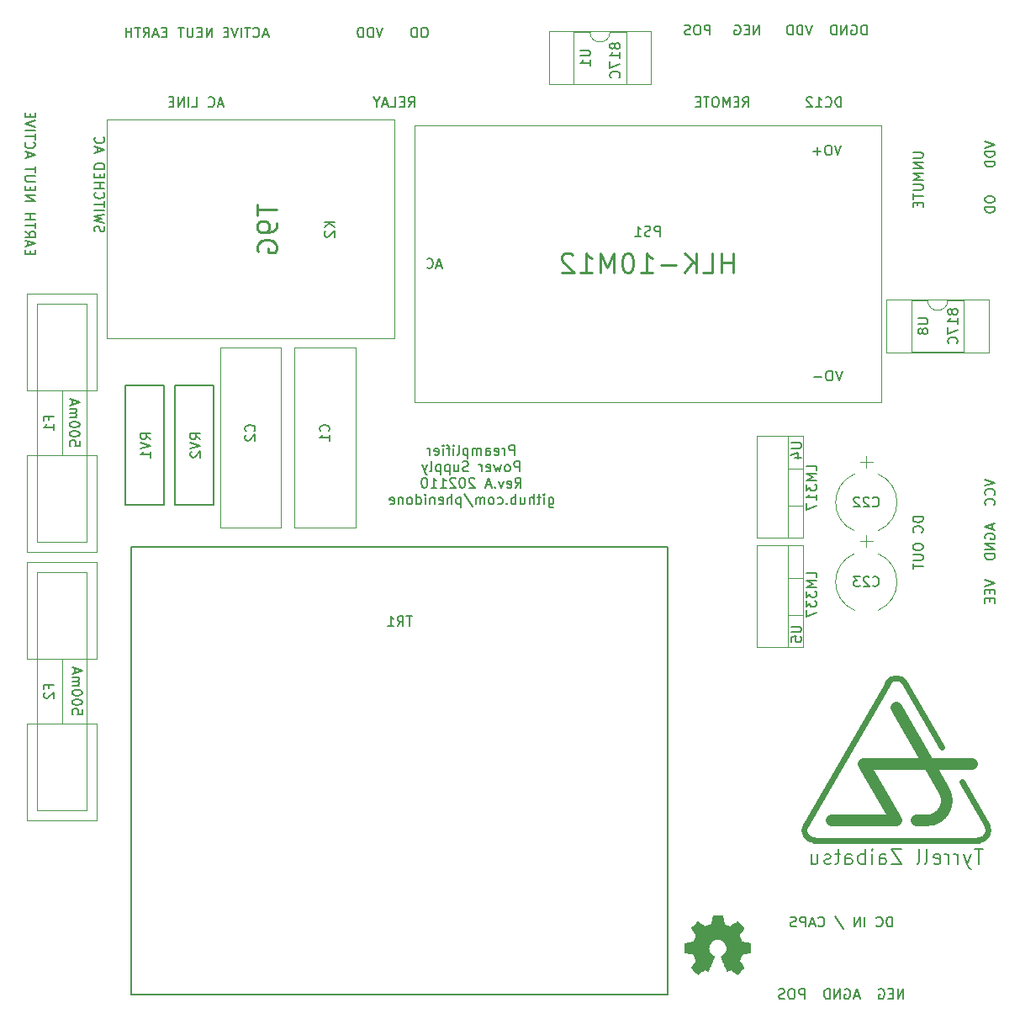
<source format=gbr>
G04 #@! TF.GenerationSoftware,KiCad,Pcbnew,5.1.5+dfsg1-2build2*
G04 #@! TF.CreationDate,2021-10-15T23:20:50+10:30*
G04 #@! TF.ProjectId,xover-psu,786f7665-722d-4707-9375-2e6b69636164,rev?*
G04 #@! TF.SameCoordinates,Original*
G04 #@! TF.FileFunction,Legend,Bot*
G04 #@! TF.FilePolarity,Positive*
%FSLAX46Y46*%
G04 Gerber Fmt 4.6, Leading zero omitted, Abs format (unit mm)*
G04 Created by KiCad (PCBNEW 5.1.5+dfsg1-2build2) date 2021-10-15 23:20:50*
%MOMM*%
%LPD*%
G04 APERTURE LIST*
%ADD10C,0.150000*%
%ADD11C,1.200000*%
%ADD12C,0.600000*%
%ADD13C,0.010000*%
%ADD14C,0.120000*%
%ADD15C,0.100000*%
%ADD16C,0.200000*%
%ADD17C,0.250000*%
G04 APERTURE END LIST*
D10*
X75583333Y-69227380D02*
X75583333Y-68227380D01*
X75202380Y-68227380D01*
X75107142Y-68275000D01*
X75059523Y-68322619D01*
X75011904Y-68417857D01*
X75011904Y-68560714D01*
X75059523Y-68655952D01*
X75107142Y-68703571D01*
X75202380Y-68751190D01*
X75583333Y-68751190D01*
X74583333Y-69227380D02*
X74583333Y-68560714D01*
X74583333Y-68751190D02*
X74535714Y-68655952D01*
X74488095Y-68608333D01*
X74392857Y-68560714D01*
X74297619Y-68560714D01*
X73583333Y-69179761D02*
X73678571Y-69227380D01*
X73869047Y-69227380D01*
X73964285Y-69179761D01*
X74011904Y-69084523D01*
X74011904Y-68703571D01*
X73964285Y-68608333D01*
X73869047Y-68560714D01*
X73678571Y-68560714D01*
X73583333Y-68608333D01*
X73535714Y-68703571D01*
X73535714Y-68798809D01*
X74011904Y-68894047D01*
X72678571Y-69227380D02*
X72678571Y-68703571D01*
X72726190Y-68608333D01*
X72821428Y-68560714D01*
X73011904Y-68560714D01*
X73107142Y-68608333D01*
X72678571Y-69179761D02*
X72773809Y-69227380D01*
X73011904Y-69227380D01*
X73107142Y-69179761D01*
X73154761Y-69084523D01*
X73154761Y-68989285D01*
X73107142Y-68894047D01*
X73011904Y-68846428D01*
X72773809Y-68846428D01*
X72678571Y-68798809D01*
X72202380Y-69227380D02*
X72202380Y-68560714D01*
X72202380Y-68655952D02*
X72154761Y-68608333D01*
X72059523Y-68560714D01*
X71916666Y-68560714D01*
X71821428Y-68608333D01*
X71773809Y-68703571D01*
X71773809Y-69227380D01*
X71773809Y-68703571D02*
X71726190Y-68608333D01*
X71630952Y-68560714D01*
X71488095Y-68560714D01*
X71392857Y-68608333D01*
X71345238Y-68703571D01*
X71345238Y-69227380D01*
X70869047Y-68560714D02*
X70869047Y-69560714D01*
X70869047Y-68608333D02*
X70773809Y-68560714D01*
X70583333Y-68560714D01*
X70488095Y-68608333D01*
X70440476Y-68655952D01*
X70392857Y-68751190D01*
X70392857Y-69036904D01*
X70440476Y-69132142D01*
X70488095Y-69179761D01*
X70583333Y-69227380D01*
X70773809Y-69227380D01*
X70869047Y-69179761D01*
X69821428Y-69227380D02*
X69916666Y-69179761D01*
X69964285Y-69084523D01*
X69964285Y-68227380D01*
X69440476Y-69227380D02*
X69440476Y-68560714D01*
X69440476Y-68227380D02*
X69488095Y-68275000D01*
X69440476Y-68322619D01*
X69392857Y-68275000D01*
X69440476Y-68227380D01*
X69440476Y-68322619D01*
X69107142Y-68560714D02*
X68726190Y-68560714D01*
X68964285Y-69227380D02*
X68964285Y-68370238D01*
X68916666Y-68275000D01*
X68821428Y-68227380D01*
X68726190Y-68227380D01*
X68392857Y-69227380D02*
X68392857Y-68560714D01*
X68392857Y-68227380D02*
X68440476Y-68275000D01*
X68392857Y-68322619D01*
X68345238Y-68275000D01*
X68392857Y-68227380D01*
X68392857Y-68322619D01*
X67535714Y-69179761D02*
X67630952Y-69227380D01*
X67821428Y-69227380D01*
X67916666Y-69179761D01*
X67964285Y-69084523D01*
X67964285Y-68703571D01*
X67916666Y-68608333D01*
X67821428Y-68560714D01*
X67630952Y-68560714D01*
X67535714Y-68608333D01*
X67488095Y-68703571D01*
X67488095Y-68798809D01*
X67964285Y-68894047D01*
X67059523Y-69227380D02*
X67059523Y-68560714D01*
X67059523Y-68751190D02*
X67011904Y-68655952D01*
X66964285Y-68608333D01*
X66869047Y-68560714D01*
X66773809Y-68560714D01*
X76083333Y-70877380D02*
X76083333Y-69877380D01*
X75702380Y-69877380D01*
X75607142Y-69925000D01*
X75559523Y-69972619D01*
X75511904Y-70067857D01*
X75511904Y-70210714D01*
X75559523Y-70305952D01*
X75607142Y-70353571D01*
X75702380Y-70401190D01*
X76083333Y-70401190D01*
X74940476Y-70877380D02*
X75035714Y-70829761D01*
X75083333Y-70782142D01*
X75130952Y-70686904D01*
X75130952Y-70401190D01*
X75083333Y-70305952D01*
X75035714Y-70258333D01*
X74940476Y-70210714D01*
X74797619Y-70210714D01*
X74702380Y-70258333D01*
X74654761Y-70305952D01*
X74607142Y-70401190D01*
X74607142Y-70686904D01*
X74654761Y-70782142D01*
X74702380Y-70829761D01*
X74797619Y-70877380D01*
X74940476Y-70877380D01*
X74273809Y-70210714D02*
X74083333Y-70877380D01*
X73892857Y-70401190D01*
X73702380Y-70877380D01*
X73511904Y-70210714D01*
X72750000Y-70829761D02*
X72845238Y-70877380D01*
X73035714Y-70877380D01*
X73130952Y-70829761D01*
X73178571Y-70734523D01*
X73178571Y-70353571D01*
X73130952Y-70258333D01*
X73035714Y-70210714D01*
X72845238Y-70210714D01*
X72750000Y-70258333D01*
X72702380Y-70353571D01*
X72702380Y-70448809D01*
X73178571Y-70544047D01*
X72273809Y-70877380D02*
X72273809Y-70210714D01*
X72273809Y-70401190D02*
X72226190Y-70305952D01*
X72178571Y-70258333D01*
X72083333Y-70210714D01*
X71988095Y-70210714D01*
X70940476Y-70829761D02*
X70797619Y-70877380D01*
X70559523Y-70877380D01*
X70464285Y-70829761D01*
X70416666Y-70782142D01*
X70369047Y-70686904D01*
X70369047Y-70591666D01*
X70416666Y-70496428D01*
X70464285Y-70448809D01*
X70559523Y-70401190D01*
X70750000Y-70353571D01*
X70845238Y-70305952D01*
X70892857Y-70258333D01*
X70940476Y-70163095D01*
X70940476Y-70067857D01*
X70892857Y-69972619D01*
X70845238Y-69925000D01*
X70750000Y-69877380D01*
X70511904Y-69877380D01*
X70369047Y-69925000D01*
X69511904Y-70210714D02*
X69511904Y-70877380D01*
X69940476Y-70210714D02*
X69940476Y-70734523D01*
X69892857Y-70829761D01*
X69797619Y-70877380D01*
X69654761Y-70877380D01*
X69559523Y-70829761D01*
X69511904Y-70782142D01*
X69035714Y-70210714D02*
X69035714Y-71210714D01*
X69035714Y-70258333D02*
X68940476Y-70210714D01*
X68750000Y-70210714D01*
X68654761Y-70258333D01*
X68607142Y-70305952D01*
X68559523Y-70401190D01*
X68559523Y-70686904D01*
X68607142Y-70782142D01*
X68654761Y-70829761D01*
X68750000Y-70877380D01*
X68940476Y-70877380D01*
X69035714Y-70829761D01*
X68130952Y-70210714D02*
X68130952Y-71210714D01*
X68130952Y-70258333D02*
X68035714Y-70210714D01*
X67845238Y-70210714D01*
X67750000Y-70258333D01*
X67702380Y-70305952D01*
X67654761Y-70401190D01*
X67654761Y-70686904D01*
X67702380Y-70782142D01*
X67750000Y-70829761D01*
X67845238Y-70877380D01*
X68035714Y-70877380D01*
X68130952Y-70829761D01*
X67083333Y-70877380D02*
X67178571Y-70829761D01*
X67226190Y-70734523D01*
X67226190Y-69877380D01*
X66797619Y-70210714D02*
X66559523Y-70877380D01*
X66321428Y-70210714D02*
X66559523Y-70877380D01*
X66654761Y-71115476D01*
X66702380Y-71163095D01*
X66797619Y-71210714D01*
X75654761Y-72527380D02*
X75988095Y-72051190D01*
X76226190Y-72527380D02*
X76226190Y-71527380D01*
X75845238Y-71527380D01*
X75750000Y-71575000D01*
X75702380Y-71622619D01*
X75654761Y-71717857D01*
X75654761Y-71860714D01*
X75702380Y-71955952D01*
X75750000Y-72003571D01*
X75845238Y-72051190D01*
X76226190Y-72051190D01*
X74845238Y-72479761D02*
X74940476Y-72527380D01*
X75130952Y-72527380D01*
X75226190Y-72479761D01*
X75273809Y-72384523D01*
X75273809Y-72003571D01*
X75226190Y-71908333D01*
X75130952Y-71860714D01*
X74940476Y-71860714D01*
X74845238Y-71908333D01*
X74797619Y-72003571D01*
X74797619Y-72098809D01*
X75273809Y-72194047D01*
X74464285Y-71860714D02*
X74226190Y-72527380D01*
X73988095Y-71860714D01*
X73607142Y-72432142D02*
X73559523Y-72479761D01*
X73607142Y-72527380D01*
X73654761Y-72479761D01*
X73607142Y-72432142D01*
X73607142Y-72527380D01*
X73178571Y-72241666D02*
X72702380Y-72241666D01*
X73273809Y-72527380D02*
X72940476Y-71527380D01*
X72607142Y-72527380D01*
X71559523Y-71622619D02*
X71511904Y-71575000D01*
X71416666Y-71527380D01*
X71178571Y-71527380D01*
X71083333Y-71575000D01*
X71035714Y-71622619D01*
X70988095Y-71717857D01*
X70988095Y-71813095D01*
X71035714Y-71955952D01*
X71607142Y-72527380D01*
X70988095Y-72527380D01*
X70369047Y-71527380D02*
X70273809Y-71527380D01*
X70178571Y-71575000D01*
X70130952Y-71622619D01*
X70083333Y-71717857D01*
X70035714Y-71908333D01*
X70035714Y-72146428D01*
X70083333Y-72336904D01*
X70130952Y-72432142D01*
X70178571Y-72479761D01*
X70273809Y-72527380D01*
X70369047Y-72527380D01*
X70464285Y-72479761D01*
X70511904Y-72432142D01*
X70559523Y-72336904D01*
X70607142Y-72146428D01*
X70607142Y-71908333D01*
X70559523Y-71717857D01*
X70511904Y-71622619D01*
X70464285Y-71575000D01*
X70369047Y-71527380D01*
X69654761Y-71622619D02*
X69607142Y-71575000D01*
X69511904Y-71527380D01*
X69273809Y-71527380D01*
X69178571Y-71575000D01*
X69130952Y-71622619D01*
X69083333Y-71717857D01*
X69083333Y-71813095D01*
X69130952Y-71955952D01*
X69702380Y-72527380D01*
X69083333Y-72527380D01*
X68130952Y-72527380D02*
X68702380Y-72527380D01*
X68416666Y-72527380D02*
X68416666Y-71527380D01*
X68511904Y-71670238D01*
X68607142Y-71765476D01*
X68702380Y-71813095D01*
X67178571Y-72527380D02*
X67750000Y-72527380D01*
X67464285Y-72527380D02*
X67464285Y-71527380D01*
X67559523Y-71670238D01*
X67654761Y-71765476D01*
X67750000Y-71813095D01*
X66559523Y-71527380D02*
X66464285Y-71527380D01*
X66369047Y-71575000D01*
X66321428Y-71622619D01*
X66273809Y-71717857D01*
X66226190Y-71908333D01*
X66226190Y-72146428D01*
X66273809Y-72336904D01*
X66321428Y-72432142D01*
X66369047Y-72479761D01*
X66464285Y-72527380D01*
X66559523Y-72527380D01*
X66654761Y-72479761D01*
X66702380Y-72432142D01*
X66750000Y-72336904D01*
X66797619Y-72146428D01*
X66797619Y-71908333D01*
X66750000Y-71717857D01*
X66702380Y-71622619D01*
X66654761Y-71575000D01*
X66559523Y-71527380D01*
X79035714Y-73510714D02*
X79035714Y-74320238D01*
X79083333Y-74415476D01*
X79130952Y-74463095D01*
X79226190Y-74510714D01*
X79369047Y-74510714D01*
X79464285Y-74463095D01*
X79035714Y-74129761D02*
X79130952Y-74177380D01*
X79321428Y-74177380D01*
X79416666Y-74129761D01*
X79464285Y-74082142D01*
X79511904Y-73986904D01*
X79511904Y-73701190D01*
X79464285Y-73605952D01*
X79416666Y-73558333D01*
X79321428Y-73510714D01*
X79130952Y-73510714D01*
X79035714Y-73558333D01*
X78559523Y-74177380D02*
X78559523Y-73510714D01*
X78559523Y-73177380D02*
X78607142Y-73225000D01*
X78559523Y-73272619D01*
X78511904Y-73225000D01*
X78559523Y-73177380D01*
X78559523Y-73272619D01*
X78226190Y-73510714D02*
X77845238Y-73510714D01*
X78083333Y-73177380D02*
X78083333Y-74034523D01*
X78035714Y-74129761D01*
X77940476Y-74177380D01*
X77845238Y-74177380D01*
X77511904Y-74177380D02*
X77511904Y-73177380D01*
X77083333Y-74177380D02*
X77083333Y-73653571D01*
X77130952Y-73558333D01*
X77226190Y-73510714D01*
X77369047Y-73510714D01*
X77464285Y-73558333D01*
X77511904Y-73605952D01*
X76178571Y-73510714D02*
X76178571Y-74177380D01*
X76607142Y-73510714D02*
X76607142Y-74034523D01*
X76559523Y-74129761D01*
X76464285Y-74177380D01*
X76321428Y-74177380D01*
X76226190Y-74129761D01*
X76178571Y-74082142D01*
X75702380Y-74177380D02*
X75702380Y-73177380D01*
X75702380Y-73558333D02*
X75607142Y-73510714D01*
X75416666Y-73510714D01*
X75321428Y-73558333D01*
X75273809Y-73605952D01*
X75226190Y-73701190D01*
X75226190Y-73986904D01*
X75273809Y-74082142D01*
X75321428Y-74129761D01*
X75416666Y-74177380D01*
X75607142Y-74177380D01*
X75702380Y-74129761D01*
X74797619Y-74082142D02*
X74750000Y-74129761D01*
X74797619Y-74177380D01*
X74845238Y-74129761D01*
X74797619Y-74082142D01*
X74797619Y-74177380D01*
X73892857Y-74129761D02*
X73988095Y-74177380D01*
X74178571Y-74177380D01*
X74273809Y-74129761D01*
X74321428Y-74082142D01*
X74369047Y-73986904D01*
X74369047Y-73701190D01*
X74321428Y-73605952D01*
X74273809Y-73558333D01*
X74178571Y-73510714D01*
X73988095Y-73510714D01*
X73892857Y-73558333D01*
X73321428Y-74177380D02*
X73416666Y-74129761D01*
X73464285Y-74082142D01*
X73511904Y-73986904D01*
X73511904Y-73701190D01*
X73464285Y-73605952D01*
X73416666Y-73558333D01*
X73321428Y-73510714D01*
X73178571Y-73510714D01*
X73083333Y-73558333D01*
X73035714Y-73605952D01*
X72988095Y-73701190D01*
X72988095Y-73986904D01*
X73035714Y-74082142D01*
X73083333Y-74129761D01*
X73178571Y-74177380D01*
X73321428Y-74177380D01*
X72559523Y-74177380D02*
X72559523Y-73510714D01*
X72559523Y-73605952D02*
X72511904Y-73558333D01*
X72416666Y-73510714D01*
X72273809Y-73510714D01*
X72178571Y-73558333D01*
X72130952Y-73653571D01*
X72130952Y-74177380D01*
X72130952Y-73653571D02*
X72083333Y-73558333D01*
X71988095Y-73510714D01*
X71845238Y-73510714D01*
X71750000Y-73558333D01*
X71702380Y-73653571D01*
X71702380Y-74177380D01*
X70511904Y-73129761D02*
X71369047Y-74415476D01*
X70178571Y-73510714D02*
X70178571Y-74510714D01*
X70178571Y-73558333D02*
X70083333Y-73510714D01*
X69892857Y-73510714D01*
X69797619Y-73558333D01*
X69750000Y-73605952D01*
X69702380Y-73701190D01*
X69702380Y-73986904D01*
X69750000Y-74082142D01*
X69797619Y-74129761D01*
X69892857Y-74177380D01*
X70083333Y-74177380D01*
X70178571Y-74129761D01*
X69273809Y-74177380D02*
X69273809Y-73177380D01*
X68845238Y-74177380D02*
X68845238Y-73653571D01*
X68892857Y-73558333D01*
X68988095Y-73510714D01*
X69130952Y-73510714D01*
X69226190Y-73558333D01*
X69273809Y-73605952D01*
X67988095Y-74129761D02*
X68083333Y-74177380D01*
X68273809Y-74177380D01*
X68369047Y-74129761D01*
X68416666Y-74034523D01*
X68416666Y-73653571D01*
X68369047Y-73558333D01*
X68273809Y-73510714D01*
X68083333Y-73510714D01*
X67988095Y-73558333D01*
X67940476Y-73653571D01*
X67940476Y-73748809D01*
X68416666Y-73844047D01*
X67511904Y-73510714D02*
X67511904Y-74177380D01*
X67511904Y-73605952D02*
X67464285Y-73558333D01*
X67369047Y-73510714D01*
X67226190Y-73510714D01*
X67130952Y-73558333D01*
X67083333Y-73653571D01*
X67083333Y-74177380D01*
X66607142Y-74177380D02*
X66607142Y-73510714D01*
X66607142Y-73177380D02*
X66654761Y-73225000D01*
X66607142Y-73272619D01*
X66559523Y-73225000D01*
X66607142Y-73177380D01*
X66607142Y-73272619D01*
X65702380Y-74177380D02*
X65702380Y-73177380D01*
X65702380Y-74129761D02*
X65797619Y-74177380D01*
X65988095Y-74177380D01*
X66083333Y-74129761D01*
X66130952Y-74082142D01*
X66178571Y-73986904D01*
X66178571Y-73701190D01*
X66130952Y-73605952D01*
X66083333Y-73558333D01*
X65988095Y-73510714D01*
X65797619Y-73510714D01*
X65702380Y-73558333D01*
X65083333Y-74177380D02*
X65178571Y-74129761D01*
X65226190Y-74082142D01*
X65273809Y-73986904D01*
X65273809Y-73701190D01*
X65226190Y-73605952D01*
X65178571Y-73558333D01*
X65083333Y-73510714D01*
X64940476Y-73510714D01*
X64845238Y-73558333D01*
X64797619Y-73605952D01*
X64750000Y-73701190D01*
X64750000Y-73986904D01*
X64797619Y-74082142D01*
X64845238Y-74129761D01*
X64940476Y-74177380D01*
X65083333Y-74177380D01*
X64321428Y-73510714D02*
X64321428Y-74177380D01*
X64321428Y-73605952D02*
X64273809Y-73558333D01*
X64178571Y-73510714D01*
X64035714Y-73510714D01*
X63940476Y-73558333D01*
X63892857Y-73653571D01*
X63892857Y-74177380D01*
X63035714Y-74129761D02*
X63130952Y-74177380D01*
X63321428Y-74177380D01*
X63416666Y-74129761D01*
X63464285Y-74034523D01*
X63464285Y-73653571D01*
X63416666Y-73558333D01*
X63321428Y-73510714D01*
X63130952Y-73510714D01*
X63035714Y-73558333D01*
X62988095Y-73653571D01*
X62988095Y-73748809D01*
X63464285Y-73844047D01*
X26821428Y-49047619D02*
X26821428Y-48714285D01*
X26297619Y-48571428D02*
X26297619Y-49047619D01*
X27297619Y-49047619D01*
X27297619Y-48571428D01*
X26583333Y-48190476D02*
X26583333Y-47714285D01*
X26297619Y-48285714D02*
X27297619Y-47952380D01*
X26297619Y-47619047D01*
X26297619Y-46714285D02*
X26773809Y-47047619D01*
X26297619Y-47285714D02*
X27297619Y-47285714D01*
X27297619Y-46904761D01*
X27250000Y-46809523D01*
X27202380Y-46761904D01*
X27107142Y-46714285D01*
X26964285Y-46714285D01*
X26869047Y-46761904D01*
X26821428Y-46809523D01*
X26773809Y-46904761D01*
X26773809Y-47285714D01*
X27297619Y-46428571D02*
X27297619Y-45857142D01*
X26297619Y-46142857D02*
X27297619Y-46142857D01*
X26297619Y-45523809D02*
X27297619Y-45523809D01*
X26821428Y-45523809D02*
X26821428Y-44952380D01*
X26297619Y-44952380D02*
X27297619Y-44952380D01*
X26297619Y-43642857D02*
X27297619Y-43642857D01*
X26297619Y-43071428D01*
X27297619Y-43071428D01*
X26821428Y-42595238D02*
X26821428Y-42261904D01*
X26297619Y-42119047D02*
X26297619Y-42595238D01*
X27297619Y-42595238D01*
X27297619Y-42119047D01*
X27297619Y-41690476D02*
X26488095Y-41690476D01*
X26392857Y-41642857D01*
X26345238Y-41595238D01*
X26297619Y-41500000D01*
X26297619Y-41309523D01*
X26345238Y-41214285D01*
X26392857Y-41166666D01*
X26488095Y-41119047D01*
X27297619Y-41119047D01*
X27297619Y-40785714D02*
X27297619Y-40214285D01*
X26297619Y-40500000D02*
X27297619Y-40500000D01*
X26583333Y-39238095D02*
X26583333Y-38761904D01*
X26297619Y-39333333D02*
X27297619Y-39000000D01*
X26297619Y-38666666D01*
X26392857Y-37761904D02*
X26345238Y-37809523D01*
X26297619Y-37952380D01*
X26297619Y-38047619D01*
X26345238Y-38190476D01*
X26440476Y-38285714D01*
X26535714Y-38333333D01*
X26726190Y-38380952D01*
X26869047Y-38380952D01*
X27059523Y-38333333D01*
X27154761Y-38285714D01*
X27250000Y-38190476D01*
X27297619Y-38047619D01*
X27297619Y-37952380D01*
X27250000Y-37809523D01*
X27202380Y-37761904D01*
X27297619Y-37476190D02*
X27297619Y-36904761D01*
X26297619Y-37190476D02*
X27297619Y-37190476D01*
X26297619Y-36571428D02*
X27297619Y-36571428D01*
X27297619Y-36238095D02*
X26297619Y-35904761D01*
X27297619Y-35571428D01*
X26821428Y-35238095D02*
X26821428Y-34904761D01*
X26297619Y-34761904D02*
X26297619Y-35238095D01*
X27297619Y-35238095D01*
X27297619Y-34761904D01*
X40547619Y-26678571D02*
X40214285Y-26678571D01*
X40071428Y-27202380D02*
X40547619Y-27202380D01*
X40547619Y-26202380D01*
X40071428Y-26202380D01*
X39690476Y-26916666D02*
X39214285Y-26916666D01*
X39785714Y-27202380D02*
X39452380Y-26202380D01*
X39119047Y-27202380D01*
X38214285Y-27202380D02*
X38547619Y-26726190D01*
X38785714Y-27202380D02*
X38785714Y-26202380D01*
X38404761Y-26202380D01*
X38309523Y-26250000D01*
X38261904Y-26297619D01*
X38214285Y-26392857D01*
X38214285Y-26535714D01*
X38261904Y-26630952D01*
X38309523Y-26678571D01*
X38404761Y-26726190D01*
X38785714Y-26726190D01*
X37928571Y-26202380D02*
X37357142Y-26202380D01*
X37642857Y-27202380D02*
X37642857Y-26202380D01*
X37023809Y-27202380D02*
X37023809Y-26202380D01*
X37023809Y-26678571D02*
X36452380Y-26678571D01*
X36452380Y-27202380D02*
X36452380Y-26202380D01*
X45142857Y-27202380D02*
X45142857Y-26202380D01*
X44571428Y-27202380D01*
X44571428Y-26202380D01*
X44095238Y-26678571D02*
X43761904Y-26678571D01*
X43619047Y-27202380D02*
X44095238Y-27202380D01*
X44095238Y-26202380D01*
X43619047Y-26202380D01*
X43190476Y-26202380D02*
X43190476Y-27011904D01*
X43142857Y-27107142D01*
X43095238Y-27154761D01*
X43000000Y-27202380D01*
X42809523Y-27202380D01*
X42714285Y-27154761D01*
X42666666Y-27107142D01*
X42619047Y-27011904D01*
X42619047Y-26202380D01*
X42285714Y-26202380D02*
X41714285Y-26202380D01*
X42000000Y-27202380D02*
X42000000Y-26202380D01*
X50738095Y-26916666D02*
X50261904Y-26916666D01*
X50833333Y-27202380D02*
X50500000Y-26202380D01*
X50166666Y-27202380D01*
X49261904Y-27107142D02*
X49309523Y-27154761D01*
X49452380Y-27202380D01*
X49547619Y-27202380D01*
X49690476Y-27154761D01*
X49785714Y-27059523D01*
X49833333Y-26964285D01*
X49880952Y-26773809D01*
X49880952Y-26630952D01*
X49833333Y-26440476D01*
X49785714Y-26345238D01*
X49690476Y-26250000D01*
X49547619Y-26202380D01*
X49452380Y-26202380D01*
X49309523Y-26250000D01*
X49261904Y-26297619D01*
X48976190Y-26202380D02*
X48404761Y-26202380D01*
X48690476Y-27202380D02*
X48690476Y-26202380D01*
X48071428Y-27202380D02*
X48071428Y-26202380D01*
X47738095Y-26202380D02*
X47404761Y-27202380D01*
X47071428Y-26202380D01*
X46738095Y-26678571D02*
X46404761Y-26678571D01*
X46261904Y-27202380D02*
X46738095Y-27202380D01*
X46738095Y-26202380D01*
X46261904Y-26202380D01*
X66595238Y-26202380D02*
X66404761Y-26202380D01*
X66309523Y-26250000D01*
X66214285Y-26345238D01*
X66166666Y-26535714D01*
X66166666Y-26869047D01*
X66214285Y-27059523D01*
X66309523Y-27154761D01*
X66404761Y-27202380D01*
X66595238Y-27202380D01*
X66690476Y-27154761D01*
X66785714Y-27059523D01*
X66833333Y-26869047D01*
X66833333Y-26535714D01*
X66785714Y-26345238D01*
X66690476Y-26250000D01*
X66595238Y-26202380D01*
X65738095Y-27202380D02*
X65738095Y-26202380D01*
X65500000Y-26202380D01*
X65357142Y-26250000D01*
X65261904Y-26345238D01*
X65214285Y-26440476D01*
X65166666Y-26630952D01*
X65166666Y-26773809D01*
X65214285Y-26964285D01*
X65261904Y-27059523D01*
X65357142Y-27154761D01*
X65500000Y-27202380D01*
X65738095Y-27202380D01*
X62333333Y-26202380D02*
X62000000Y-27202380D01*
X61666666Y-26202380D01*
X61333333Y-27202380D02*
X61333333Y-26202380D01*
X61095238Y-26202380D01*
X60952380Y-26250000D01*
X60857142Y-26345238D01*
X60809523Y-26440476D01*
X60761904Y-26630952D01*
X60761904Y-26773809D01*
X60809523Y-26964285D01*
X60857142Y-27059523D01*
X60952380Y-27154761D01*
X61095238Y-27202380D01*
X61333333Y-27202380D01*
X60333333Y-27202380D02*
X60333333Y-26202380D01*
X60095238Y-26202380D01*
X59952380Y-26250000D01*
X59857142Y-26345238D01*
X59809523Y-26440476D01*
X59761904Y-26630952D01*
X59761904Y-26773809D01*
X59809523Y-26964285D01*
X59857142Y-27059523D01*
X59952380Y-27154761D01*
X60095238Y-27202380D01*
X60333333Y-27202380D01*
X95261904Y-26952380D02*
X95261904Y-25952380D01*
X94880952Y-25952380D01*
X94785714Y-26000000D01*
X94738095Y-26047619D01*
X94690476Y-26142857D01*
X94690476Y-26285714D01*
X94738095Y-26380952D01*
X94785714Y-26428571D01*
X94880952Y-26476190D01*
X95261904Y-26476190D01*
X94071428Y-25952380D02*
X93880952Y-25952380D01*
X93785714Y-26000000D01*
X93690476Y-26095238D01*
X93642857Y-26285714D01*
X93642857Y-26619047D01*
X93690476Y-26809523D01*
X93785714Y-26904761D01*
X93880952Y-26952380D01*
X94071428Y-26952380D01*
X94166666Y-26904761D01*
X94261904Y-26809523D01*
X94309523Y-26619047D01*
X94309523Y-26285714D01*
X94261904Y-26095238D01*
X94166666Y-26000000D01*
X94071428Y-25952380D01*
X93261904Y-26904761D02*
X93119047Y-26952380D01*
X92880952Y-26952380D01*
X92785714Y-26904761D01*
X92738095Y-26857142D01*
X92690476Y-26761904D01*
X92690476Y-26666666D01*
X92738095Y-26571428D01*
X92785714Y-26523809D01*
X92880952Y-26476190D01*
X93071428Y-26428571D01*
X93166666Y-26380952D01*
X93214285Y-26333333D01*
X93261904Y-26238095D01*
X93261904Y-26142857D01*
X93214285Y-26047619D01*
X93166666Y-26000000D01*
X93071428Y-25952380D01*
X92833333Y-25952380D01*
X92690476Y-26000000D01*
X100238095Y-26952380D02*
X100238095Y-25952380D01*
X99666666Y-26952380D01*
X99666666Y-25952380D01*
X99190476Y-26428571D02*
X98857142Y-26428571D01*
X98714285Y-26952380D02*
X99190476Y-26952380D01*
X99190476Y-25952380D01*
X98714285Y-25952380D01*
X97761904Y-26000000D02*
X97857142Y-25952380D01*
X98000000Y-25952380D01*
X98142857Y-26000000D01*
X98238095Y-26095238D01*
X98285714Y-26190476D01*
X98333333Y-26380952D01*
X98333333Y-26523809D01*
X98285714Y-26714285D01*
X98238095Y-26809523D01*
X98142857Y-26904761D01*
X98000000Y-26952380D01*
X97904761Y-26952380D01*
X97761904Y-26904761D01*
X97714285Y-26857142D01*
X97714285Y-26523809D01*
X97904761Y-26523809D01*
X105583333Y-25952380D02*
X105250000Y-26952380D01*
X104916666Y-25952380D01*
X104583333Y-26952380D02*
X104583333Y-25952380D01*
X104345238Y-25952380D01*
X104202380Y-26000000D01*
X104107142Y-26095238D01*
X104059523Y-26190476D01*
X104011904Y-26380952D01*
X104011904Y-26523809D01*
X104059523Y-26714285D01*
X104107142Y-26809523D01*
X104202380Y-26904761D01*
X104345238Y-26952380D01*
X104583333Y-26952380D01*
X103583333Y-26952380D02*
X103583333Y-25952380D01*
X103345238Y-25952380D01*
X103202380Y-26000000D01*
X103107142Y-26095238D01*
X103059523Y-26190476D01*
X103011904Y-26380952D01*
X103011904Y-26523809D01*
X103059523Y-26714285D01*
X103107142Y-26809523D01*
X103202380Y-26904761D01*
X103345238Y-26952380D01*
X103583333Y-26952380D01*
X111035714Y-26952380D02*
X111035714Y-25952380D01*
X110797619Y-25952380D01*
X110654761Y-26000000D01*
X110559523Y-26095238D01*
X110511904Y-26190476D01*
X110464285Y-26380952D01*
X110464285Y-26523809D01*
X110511904Y-26714285D01*
X110559523Y-26809523D01*
X110654761Y-26904761D01*
X110797619Y-26952380D01*
X111035714Y-26952380D01*
X109511904Y-26000000D02*
X109607142Y-25952380D01*
X109750000Y-25952380D01*
X109892857Y-26000000D01*
X109988095Y-26095238D01*
X110035714Y-26190476D01*
X110083333Y-26380952D01*
X110083333Y-26523809D01*
X110035714Y-26714285D01*
X109988095Y-26809523D01*
X109892857Y-26904761D01*
X109750000Y-26952380D01*
X109654761Y-26952380D01*
X109511904Y-26904761D01*
X109464285Y-26857142D01*
X109464285Y-26523809D01*
X109654761Y-26523809D01*
X109035714Y-26952380D02*
X109035714Y-25952380D01*
X108464285Y-26952380D01*
X108464285Y-25952380D01*
X107988095Y-26952380D02*
X107988095Y-25952380D01*
X107750000Y-25952380D01*
X107607142Y-26000000D01*
X107511904Y-26095238D01*
X107464285Y-26190476D01*
X107416666Y-26380952D01*
X107416666Y-26523809D01*
X107464285Y-26714285D01*
X107511904Y-26809523D01*
X107607142Y-26904761D01*
X107750000Y-26952380D01*
X107988095Y-26952380D01*
X122952380Y-43404761D02*
X122952380Y-43595238D01*
X123000000Y-43690476D01*
X123095238Y-43785714D01*
X123285714Y-43833333D01*
X123619047Y-43833333D01*
X123809523Y-43785714D01*
X123904761Y-43690476D01*
X123952380Y-43595238D01*
X123952380Y-43404761D01*
X123904761Y-43309523D01*
X123809523Y-43214285D01*
X123619047Y-43166666D01*
X123285714Y-43166666D01*
X123095238Y-43214285D01*
X123000000Y-43309523D01*
X122952380Y-43404761D01*
X123952380Y-44261904D02*
X122952380Y-44261904D01*
X122952380Y-44500000D01*
X123000000Y-44642857D01*
X123095238Y-44738095D01*
X123190476Y-44785714D01*
X123380952Y-44833333D01*
X123523809Y-44833333D01*
X123714285Y-44785714D01*
X123809523Y-44738095D01*
X123904761Y-44642857D01*
X123952380Y-44500000D01*
X123952380Y-44261904D01*
X122952380Y-37666666D02*
X123952380Y-38000000D01*
X122952380Y-38333333D01*
X123952380Y-38666666D02*
X122952380Y-38666666D01*
X122952380Y-38904761D01*
X123000000Y-39047619D01*
X123095238Y-39142857D01*
X123190476Y-39190476D01*
X123380952Y-39238095D01*
X123523809Y-39238095D01*
X123714285Y-39190476D01*
X123809523Y-39142857D01*
X123904761Y-39047619D01*
X123952380Y-38904761D01*
X123952380Y-38666666D01*
X123952380Y-39666666D02*
X122952380Y-39666666D01*
X122952380Y-39904761D01*
X123000000Y-40047619D01*
X123095238Y-40142857D01*
X123190476Y-40190476D01*
X123380952Y-40238095D01*
X123523809Y-40238095D01*
X123714285Y-40190476D01*
X123809523Y-40142857D01*
X123904761Y-40047619D01*
X123952380Y-39904761D01*
X123952380Y-39666666D01*
X110261904Y-123666666D02*
X109785714Y-123666666D01*
X110357142Y-123952380D02*
X110023809Y-122952380D01*
X109690476Y-123952380D01*
X108833333Y-123000000D02*
X108928571Y-122952380D01*
X109071428Y-122952380D01*
X109214285Y-123000000D01*
X109309523Y-123095238D01*
X109357142Y-123190476D01*
X109404761Y-123380952D01*
X109404761Y-123523809D01*
X109357142Y-123714285D01*
X109309523Y-123809523D01*
X109214285Y-123904761D01*
X109071428Y-123952380D01*
X108976190Y-123952380D01*
X108833333Y-123904761D01*
X108785714Y-123857142D01*
X108785714Y-123523809D01*
X108976190Y-123523809D01*
X108357142Y-123952380D02*
X108357142Y-122952380D01*
X107785714Y-123952380D01*
X107785714Y-122952380D01*
X107309523Y-123952380D02*
X107309523Y-122952380D01*
X107071428Y-122952380D01*
X106928571Y-123000000D01*
X106833333Y-123095238D01*
X106785714Y-123190476D01*
X106738095Y-123380952D01*
X106738095Y-123523809D01*
X106785714Y-123714285D01*
X106833333Y-123809523D01*
X106928571Y-123904761D01*
X107071428Y-123952380D01*
X107309523Y-123952380D01*
X104761904Y-123952380D02*
X104761904Y-122952380D01*
X104380952Y-122952380D01*
X104285714Y-123000000D01*
X104238095Y-123047619D01*
X104190476Y-123142857D01*
X104190476Y-123285714D01*
X104238095Y-123380952D01*
X104285714Y-123428571D01*
X104380952Y-123476190D01*
X104761904Y-123476190D01*
X103571428Y-122952380D02*
X103380952Y-122952380D01*
X103285714Y-123000000D01*
X103190476Y-123095238D01*
X103142857Y-123285714D01*
X103142857Y-123619047D01*
X103190476Y-123809523D01*
X103285714Y-123904761D01*
X103380952Y-123952380D01*
X103571428Y-123952380D01*
X103666666Y-123904761D01*
X103761904Y-123809523D01*
X103809523Y-123619047D01*
X103809523Y-123285714D01*
X103761904Y-123095238D01*
X103666666Y-123000000D01*
X103571428Y-122952380D01*
X102761904Y-123904761D02*
X102619047Y-123952380D01*
X102380952Y-123952380D01*
X102285714Y-123904761D01*
X102238095Y-123857142D01*
X102190476Y-123761904D01*
X102190476Y-123666666D01*
X102238095Y-123571428D01*
X102285714Y-123523809D01*
X102380952Y-123476190D01*
X102571428Y-123428571D01*
X102666666Y-123380952D01*
X102714285Y-123333333D01*
X102761904Y-123238095D01*
X102761904Y-123142857D01*
X102714285Y-123047619D01*
X102666666Y-123000000D01*
X102571428Y-122952380D01*
X102333333Y-122952380D01*
X102190476Y-123000000D01*
X114738095Y-123952380D02*
X114738095Y-122952380D01*
X114166666Y-123952380D01*
X114166666Y-122952380D01*
X113690476Y-123428571D02*
X113357142Y-123428571D01*
X113214285Y-123952380D02*
X113690476Y-123952380D01*
X113690476Y-122952380D01*
X113214285Y-122952380D01*
X112261904Y-123000000D02*
X112357142Y-122952380D01*
X112500000Y-122952380D01*
X112642857Y-123000000D01*
X112738095Y-123095238D01*
X112785714Y-123190476D01*
X112833333Y-123380952D01*
X112833333Y-123523809D01*
X112785714Y-123714285D01*
X112738095Y-123809523D01*
X112642857Y-123904761D01*
X112500000Y-123952380D01*
X112404761Y-123952380D01*
X112261904Y-123904761D01*
X112214285Y-123857142D01*
X112214285Y-123523809D01*
X112404761Y-123523809D01*
X122952380Y-81761904D02*
X123952380Y-82095238D01*
X122952380Y-82428571D01*
X123428571Y-82761904D02*
X123428571Y-83095238D01*
X123952380Y-83238095D02*
X123952380Y-82761904D01*
X122952380Y-82761904D01*
X122952380Y-83238095D01*
X123428571Y-83666666D02*
X123428571Y-84000000D01*
X123952380Y-84142857D02*
X123952380Y-83666666D01*
X122952380Y-83666666D01*
X122952380Y-84142857D01*
X123666666Y-76238095D02*
X123666666Y-76714285D01*
X123952380Y-76142857D02*
X122952380Y-76476190D01*
X123952380Y-76809523D01*
X123000000Y-77666666D02*
X122952380Y-77571428D01*
X122952380Y-77428571D01*
X123000000Y-77285714D01*
X123095238Y-77190476D01*
X123190476Y-77142857D01*
X123380952Y-77095238D01*
X123523809Y-77095238D01*
X123714285Y-77142857D01*
X123809523Y-77190476D01*
X123904761Y-77285714D01*
X123952380Y-77428571D01*
X123952380Y-77523809D01*
X123904761Y-77666666D01*
X123857142Y-77714285D01*
X123523809Y-77714285D01*
X123523809Y-77523809D01*
X123952380Y-78142857D02*
X122952380Y-78142857D01*
X123952380Y-78714285D01*
X122952380Y-78714285D01*
X123952380Y-79190476D02*
X122952380Y-79190476D01*
X122952380Y-79428571D01*
X123000000Y-79571428D01*
X123095238Y-79666666D01*
X123190476Y-79714285D01*
X123380952Y-79761904D01*
X123523809Y-79761904D01*
X123714285Y-79714285D01*
X123809523Y-79666666D01*
X123904761Y-79571428D01*
X123952380Y-79428571D01*
X123952380Y-79190476D01*
X122952380Y-71666666D02*
X123952380Y-72000000D01*
X122952380Y-72333333D01*
X123857142Y-73238095D02*
X123904761Y-73190476D01*
X123952380Y-73047619D01*
X123952380Y-72952380D01*
X123904761Y-72809523D01*
X123809523Y-72714285D01*
X123714285Y-72666666D01*
X123523809Y-72619047D01*
X123380952Y-72619047D01*
X123190476Y-72666666D01*
X123095238Y-72714285D01*
X123000000Y-72809523D01*
X122952380Y-72952380D01*
X122952380Y-73047619D01*
X123000000Y-73190476D01*
X123047619Y-73238095D01*
X123857142Y-74238095D02*
X123904761Y-74190476D01*
X123952380Y-74047619D01*
X123952380Y-73952380D01*
X123904761Y-73809523D01*
X123809523Y-73714285D01*
X123714285Y-73666666D01*
X123523809Y-73619047D01*
X123380952Y-73619047D01*
X123190476Y-73666666D01*
X123095238Y-73714285D01*
X123000000Y-73809523D01*
X122952380Y-73952380D01*
X122952380Y-74047619D01*
X123000000Y-74190476D01*
X123047619Y-74238095D01*
X113595238Y-116702380D02*
X113595238Y-115702380D01*
X113357142Y-115702380D01*
X113214285Y-115750000D01*
X113119047Y-115845238D01*
X113071428Y-115940476D01*
X113023809Y-116130952D01*
X113023809Y-116273809D01*
X113071428Y-116464285D01*
X113119047Y-116559523D01*
X113214285Y-116654761D01*
X113357142Y-116702380D01*
X113595238Y-116702380D01*
X112023809Y-116607142D02*
X112071428Y-116654761D01*
X112214285Y-116702380D01*
X112309523Y-116702380D01*
X112452380Y-116654761D01*
X112547619Y-116559523D01*
X112595238Y-116464285D01*
X112642857Y-116273809D01*
X112642857Y-116130952D01*
X112595238Y-115940476D01*
X112547619Y-115845238D01*
X112452380Y-115750000D01*
X112309523Y-115702380D01*
X112214285Y-115702380D01*
X112071428Y-115750000D01*
X112023809Y-115797619D01*
X110833333Y-116702380D02*
X110833333Y-115702380D01*
X110357142Y-116702380D02*
X110357142Y-115702380D01*
X109785714Y-116702380D01*
X109785714Y-115702380D01*
X107833333Y-115654761D02*
X108690476Y-116940476D01*
X106166666Y-116607142D02*
X106214285Y-116654761D01*
X106357142Y-116702380D01*
X106452380Y-116702380D01*
X106595238Y-116654761D01*
X106690476Y-116559523D01*
X106738095Y-116464285D01*
X106785714Y-116273809D01*
X106785714Y-116130952D01*
X106738095Y-115940476D01*
X106690476Y-115845238D01*
X106595238Y-115750000D01*
X106452380Y-115702380D01*
X106357142Y-115702380D01*
X106214285Y-115750000D01*
X106166666Y-115797619D01*
X105785714Y-116416666D02*
X105309523Y-116416666D01*
X105880952Y-116702380D02*
X105547619Y-115702380D01*
X105214285Y-116702380D01*
X104880952Y-116702380D02*
X104880952Y-115702380D01*
X104500000Y-115702380D01*
X104404761Y-115750000D01*
X104357142Y-115797619D01*
X104309523Y-115892857D01*
X104309523Y-116035714D01*
X104357142Y-116130952D01*
X104404761Y-116178571D01*
X104500000Y-116226190D01*
X104880952Y-116226190D01*
X103928571Y-116654761D02*
X103785714Y-116702380D01*
X103547619Y-116702380D01*
X103452380Y-116654761D01*
X103404761Y-116607142D01*
X103357142Y-116511904D01*
X103357142Y-116416666D01*
X103404761Y-116321428D01*
X103452380Y-116273809D01*
X103547619Y-116226190D01*
X103738095Y-116178571D01*
X103833333Y-116130952D01*
X103880952Y-116083333D01*
X103928571Y-115988095D01*
X103928571Y-115892857D01*
X103880952Y-115797619D01*
X103833333Y-115750000D01*
X103738095Y-115702380D01*
X103500000Y-115702380D01*
X103357142Y-115750000D01*
X116702380Y-75428571D02*
X115702380Y-75428571D01*
X115702380Y-75666666D01*
X115750000Y-75809523D01*
X115845238Y-75904761D01*
X115940476Y-75952380D01*
X116130952Y-76000000D01*
X116273809Y-76000000D01*
X116464285Y-75952380D01*
X116559523Y-75904761D01*
X116654761Y-75809523D01*
X116702380Y-75666666D01*
X116702380Y-75428571D01*
X116607142Y-77000000D02*
X116654761Y-76952380D01*
X116702380Y-76809523D01*
X116702380Y-76714285D01*
X116654761Y-76571428D01*
X116559523Y-76476190D01*
X116464285Y-76428571D01*
X116273809Y-76380952D01*
X116130952Y-76380952D01*
X115940476Y-76428571D01*
X115845238Y-76476190D01*
X115750000Y-76571428D01*
X115702380Y-76714285D01*
X115702380Y-76809523D01*
X115750000Y-76952380D01*
X115797619Y-77000000D01*
X115702380Y-78380952D02*
X115702380Y-78571428D01*
X115750000Y-78666666D01*
X115845238Y-78761904D01*
X116035714Y-78809523D01*
X116369047Y-78809523D01*
X116559523Y-78761904D01*
X116654761Y-78666666D01*
X116702380Y-78571428D01*
X116702380Y-78380952D01*
X116654761Y-78285714D01*
X116559523Y-78190476D01*
X116369047Y-78142857D01*
X116035714Y-78142857D01*
X115845238Y-78190476D01*
X115750000Y-78285714D01*
X115702380Y-78380952D01*
X115702380Y-79238095D02*
X116511904Y-79238095D01*
X116607142Y-79285714D01*
X116654761Y-79333333D01*
X116702380Y-79428571D01*
X116702380Y-79619047D01*
X116654761Y-79714285D01*
X116607142Y-79761904D01*
X116511904Y-79809523D01*
X115702380Y-79809523D01*
X115702380Y-80142857D02*
X115702380Y-80714285D01*
X116702380Y-80428571D02*
X115702380Y-80428571D01*
X32047619Y-94809523D02*
X32047619Y-95285714D01*
X31571428Y-95333333D01*
X31619047Y-95285714D01*
X31666666Y-95190476D01*
X31666666Y-94952380D01*
X31619047Y-94857142D01*
X31571428Y-94809523D01*
X31476190Y-94761904D01*
X31238095Y-94761904D01*
X31142857Y-94809523D01*
X31095238Y-94857142D01*
X31047619Y-94952380D01*
X31047619Y-95190476D01*
X31095238Y-95285714D01*
X31142857Y-95333333D01*
X32047619Y-94142857D02*
X32047619Y-94047619D01*
X32000000Y-93952380D01*
X31952380Y-93904761D01*
X31857142Y-93857142D01*
X31666666Y-93809523D01*
X31428571Y-93809523D01*
X31238095Y-93857142D01*
X31142857Y-93904761D01*
X31095238Y-93952380D01*
X31047619Y-94047619D01*
X31047619Y-94142857D01*
X31095238Y-94238095D01*
X31142857Y-94285714D01*
X31238095Y-94333333D01*
X31428571Y-94380952D01*
X31666666Y-94380952D01*
X31857142Y-94333333D01*
X31952380Y-94285714D01*
X32000000Y-94238095D01*
X32047619Y-94142857D01*
X32047619Y-93190476D02*
X32047619Y-93095238D01*
X32000000Y-93000000D01*
X31952380Y-92952380D01*
X31857142Y-92904761D01*
X31666666Y-92857142D01*
X31428571Y-92857142D01*
X31238095Y-92904761D01*
X31142857Y-92952380D01*
X31095238Y-93000000D01*
X31047619Y-93095238D01*
X31047619Y-93190476D01*
X31095238Y-93285714D01*
X31142857Y-93333333D01*
X31238095Y-93380952D01*
X31428571Y-93428571D01*
X31666666Y-93428571D01*
X31857142Y-93380952D01*
X31952380Y-93333333D01*
X32000000Y-93285714D01*
X32047619Y-93190476D01*
X31047619Y-92428571D02*
X31714285Y-92428571D01*
X31619047Y-92428571D02*
X31666666Y-92380952D01*
X31714285Y-92285714D01*
X31714285Y-92142857D01*
X31666666Y-92047619D01*
X31571428Y-92000000D01*
X31047619Y-92000000D01*
X31571428Y-92000000D02*
X31666666Y-91952380D01*
X31714285Y-91857142D01*
X31714285Y-91714285D01*
X31666666Y-91619047D01*
X31571428Y-91571428D01*
X31047619Y-91571428D01*
X31333333Y-91142857D02*
X31333333Y-90666666D01*
X31047619Y-91238095D02*
X32047619Y-90904761D01*
X31047619Y-90571428D01*
X31797619Y-67809523D02*
X31797619Y-68285714D01*
X31321428Y-68333333D01*
X31369047Y-68285714D01*
X31416666Y-68190476D01*
X31416666Y-67952380D01*
X31369047Y-67857142D01*
X31321428Y-67809523D01*
X31226190Y-67761904D01*
X30988095Y-67761904D01*
X30892857Y-67809523D01*
X30845238Y-67857142D01*
X30797619Y-67952380D01*
X30797619Y-68190476D01*
X30845238Y-68285714D01*
X30892857Y-68333333D01*
X31797619Y-67142857D02*
X31797619Y-67047619D01*
X31750000Y-66952380D01*
X31702380Y-66904761D01*
X31607142Y-66857142D01*
X31416666Y-66809523D01*
X31178571Y-66809523D01*
X30988095Y-66857142D01*
X30892857Y-66904761D01*
X30845238Y-66952380D01*
X30797619Y-67047619D01*
X30797619Y-67142857D01*
X30845238Y-67238095D01*
X30892857Y-67285714D01*
X30988095Y-67333333D01*
X31178571Y-67380952D01*
X31416666Y-67380952D01*
X31607142Y-67333333D01*
X31702380Y-67285714D01*
X31750000Y-67238095D01*
X31797619Y-67142857D01*
X31797619Y-66190476D02*
X31797619Y-66095238D01*
X31750000Y-66000000D01*
X31702380Y-65952380D01*
X31607142Y-65904761D01*
X31416666Y-65857142D01*
X31178571Y-65857142D01*
X30988095Y-65904761D01*
X30892857Y-65952380D01*
X30845238Y-66000000D01*
X30797619Y-66095238D01*
X30797619Y-66190476D01*
X30845238Y-66285714D01*
X30892857Y-66333333D01*
X30988095Y-66380952D01*
X31178571Y-66428571D01*
X31416666Y-66428571D01*
X31607142Y-66380952D01*
X31702380Y-66333333D01*
X31750000Y-66285714D01*
X31797619Y-66190476D01*
X30797619Y-65428571D02*
X31464285Y-65428571D01*
X31369047Y-65428571D02*
X31416666Y-65380952D01*
X31464285Y-65285714D01*
X31464285Y-65142857D01*
X31416666Y-65047619D01*
X31321428Y-65000000D01*
X30797619Y-65000000D01*
X31321428Y-65000000D02*
X31416666Y-64952380D01*
X31464285Y-64857142D01*
X31464285Y-64714285D01*
X31416666Y-64619047D01*
X31321428Y-64571428D01*
X30797619Y-64571428D01*
X31083333Y-64142857D02*
X31083333Y-63666666D01*
X30797619Y-64238095D02*
X31797619Y-63904761D01*
X30797619Y-63571428D01*
X33345238Y-46761904D02*
X33297619Y-46619047D01*
X33297619Y-46380952D01*
X33345238Y-46285714D01*
X33392857Y-46238095D01*
X33488095Y-46190476D01*
X33583333Y-46190476D01*
X33678571Y-46238095D01*
X33726190Y-46285714D01*
X33773809Y-46380952D01*
X33821428Y-46571428D01*
X33869047Y-46666666D01*
X33916666Y-46714285D01*
X34011904Y-46761904D01*
X34107142Y-46761904D01*
X34202380Y-46714285D01*
X34250000Y-46666666D01*
X34297619Y-46571428D01*
X34297619Y-46333333D01*
X34250000Y-46190476D01*
X34297619Y-45857142D02*
X33297619Y-45619047D01*
X34011904Y-45428571D01*
X33297619Y-45238095D01*
X34297619Y-45000000D01*
X33297619Y-44619047D02*
X34297619Y-44619047D01*
X34297619Y-44285714D02*
X34297619Y-43714285D01*
X33297619Y-44000000D02*
X34297619Y-44000000D01*
X33392857Y-42809523D02*
X33345238Y-42857142D01*
X33297619Y-43000000D01*
X33297619Y-43095238D01*
X33345238Y-43238095D01*
X33440476Y-43333333D01*
X33535714Y-43380952D01*
X33726190Y-43428571D01*
X33869047Y-43428571D01*
X34059523Y-43380952D01*
X34154761Y-43333333D01*
X34250000Y-43238095D01*
X34297619Y-43095238D01*
X34297619Y-43000000D01*
X34250000Y-42857142D01*
X34202380Y-42809523D01*
X33297619Y-42380952D02*
X34297619Y-42380952D01*
X33821428Y-42380952D02*
X33821428Y-41809523D01*
X33297619Y-41809523D02*
X34297619Y-41809523D01*
X33821428Y-41333333D02*
X33821428Y-41000000D01*
X33297619Y-40857142D02*
X33297619Y-41333333D01*
X34297619Y-41333333D01*
X34297619Y-40857142D01*
X33297619Y-40428571D02*
X34297619Y-40428571D01*
X34297619Y-40190476D01*
X34250000Y-40047619D01*
X34154761Y-39952380D01*
X34059523Y-39904761D01*
X33869047Y-39857142D01*
X33726190Y-39857142D01*
X33535714Y-39904761D01*
X33440476Y-39952380D01*
X33345238Y-40047619D01*
X33297619Y-40190476D01*
X33297619Y-40428571D01*
X33583333Y-38714285D02*
X33583333Y-38238095D01*
X33297619Y-38809523D02*
X34297619Y-38476190D01*
X33297619Y-38142857D01*
X33392857Y-37238095D02*
X33345238Y-37285714D01*
X33297619Y-37428571D01*
X33297619Y-37523809D01*
X33345238Y-37666666D01*
X33440476Y-37761904D01*
X33535714Y-37809523D01*
X33726190Y-37857142D01*
X33869047Y-37857142D01*
X34059523Y-37809523D01*
X34154761Y-37761904D01*
X34250000Y-37666666D01*
X34297619Y-37523809D01*
X34297619Y-37428571D01*
X34250000Y-37285714D01*
X34202380Y-37238095D01*
X46238095Y-33916666D02*
X45761904Y-33916666D01*
X46333333Y-34202380D02*
X46000000Y-33202380D01*
X45666666Y-34202380D01*
X44761904Y-34107142D02*
X44809523Y-34154761D01*
X44952380Y-34202380D01*
X45047619Y-34202380D01*
X45190476Y-34154761D01*
X45285714Y-34059523D01*
X45333333Y-33964285D01*
X45380952Y-33773809D01*
X45380952Y-33630952D01*
X45333333Y-33440476D01*
X45285714Y-33345238D01*
X45190476Y-33250000D01*
X45047619Y-33202380D01*
X44952380Y-33202380D01*
X44809523Y-33250000D01*
X44761904Y-33297619D01*
X43095238Y-34202380D02*
X43571428Y-34202380D01*
X43571428Y-33202380D01*
X42761904Y-34202380D02*
X42761904Y-33202380D01*
X42285714Y-34202380D02*
X42285714Y-33202380D01*
X41714285Y-34202380D01*
X41714285Y-33202380D01*
X41238095Y-33678571D02*
X40904761Y-33678571D01*
X40761904Y-34202380D02*
X41238095Y-34202380D01*
X41238095Y-33202380D01*
X40761904Y-33202380D01*
X64904761Y-34202380D02*
X65238095Y-33726190D01*
X65476190Y-34202380D02*
X65476190Y-33202380D01*
X65095238Y-33202380D01*
X65000000Y-33250000D01*
X64952380Y-33297619D01*
X64904761Y-33392857D01*
X64904761Y-33535714D01*
X64952380Y-33630952D01*
X65000000Y-33678571D01*
X65095238Y-33726190D01*
X65476190Y-33726190D01*
X64476190Y-33678571D02*
X64142857Y-33678571D01*
X64000000Y-34202380D02*
X64476190Y-34202380D01*
X64476190Y-33202380D01*
X64000000Y-33202380D01*
X63095238Y-34202380D02*
X63571428Y-34202380D01*
X63571428Y-33202380D01*
X62809523Y-33916666D02*
X62333333Y-33916666D01*
X62904761Y-34202380D02*
X62571428Y-33202380D01*
X62238095Y-34202380D01*
X61714285Y-33726190D02*
X61714285Y-34202380D01*
X62047619Y-33202380D02*
X61714285Y-33726190D01*
X61380952Y-33202380D01*
X98571428Y-34202380D02*
X98904761Y-33726190D01*
X99142857Y-34202380D02*
X99142857Y-33202380D01*
X98761904Y-33202380D01*
X98666666Y-33250000D01*
X98619047Y-33297619D01*
X98571428Y-33392857D01*
X98571428Y-33535714D01*
X98619047Y-33630952D01*
X98666666Y-33678571D01*
X98761904Y-33726190D01*
X99142857Y-33726190D01*
X98142857Y-33678571D02*
X97809523Y-33678571D01*
X97666666Y-34202380D02*
X98142857Y-34202380D01*
X98142857Y-33202380D01*
X97666666Y-33202380D01*
X97238095Y-34202380D02*
X97238095Y-33202380D01*
X96904761Y-33916666D01*
X96571428Y-33202380D01*
X96571428Y-34202380D01*
X95904761Y-33202380D02*
X95714285Y-33202380D01*
X95619047Y-33250000D01*
X95523809Y-33345238D01*
X95476190Y-33535714D01*
X95476190Y-33869047D01*
X95523809Y-34059523D01*
X95619047Y-34154761D01*
X95714285Y-34202380D01*
X95904761Y-34202380D01*
X96000000Y-34154761D01*
X96095238Y-34059523D01*
X96142857Y-33869047D01*
X96142857Y-33535714D01*
X96095238Y-33345238D01*
X96000000Y-33250000D01*
X95904761Y-33202380D01*
X95190476Y-33202380D02*
X94619047Y-33202380D01*
X94904761Y-34202380D02*
X94904761Y-33202380D01*
X94285714Y-33678571D02*
X93952380Y-33678571D01*
X93809523Y-34202380D02*
X94285714Y-34202380D01*
X94285714Y-33202380D01*
X93809523Y-33202380D01*
X108464285Y-34202380D02*
X108464285Y-33202380D01*
X108226190Y-33202380D01*
X108083333Y-33250000D01*
X107988095Y-33345238D01*
X107940476Y-33440476D01*
X107892857Y-33630952D01*
X107892857Y-33773809D01*
X107940476Y-33964285D01*
X107988095Y-34059523D01*
X108083333Y-34154761D01*
X108226190Y-34202380D01*
X108464285Y-34202380D01*
X106892857Y-34107142D02*
X106940476Y-34154761D01*
X107083333Y-34202380D01*
X107178571Y-34202380D01*
X107321428Y-34154761D01*
X107416666Y-34059523D01*
X107464285Y-33964285D01*
X107511904Y-33773809D01*
X107511904Y-33630952D01*
X107464285Y-33440476D01*
X107416666Y-33345238D01*
X107321428Y-33250000D01*
X107178571Y-33202380D01*
X107083333Y-33202380D01*
X106940476Y-33250000D01*
X106892857Y-33297619D01*
X105940476Y-34202380D02*
X106511904Y-34202380D01*
X106226190Y-34202380D02*
X106226190Y-33202380D01*
X106321428Y-33345238D01*
X106416666Y-33440476D01*
X106511904Y-33488095D01*
X105559523Y-33297619D02*
X105511904Y-33250000D01*
X105416666Y-33202380D01*
X105178571Y-33202380D01*
X105083333Y-33250000D01*
X105035714Y-33297619D01*
X104988095Y-33392857D01*
X104988095Y-33488095D01*
X105035714Y-33630952D01*
X105607142Y-34202380D01*
X104988095Y-34202380D01*
X115702380Y-38761904D02*
X116511904Y-38761904D01*
X116607142Y-38809523D01*
X116654761Y-38857142D01*
X116702380Y-38952380D01*
X116702380Y-39142857D01*
X116654761Y-39238095D01*
X116607142Y-39285714D01*
X116511904Y-39333333D01*
X115702380Y-39333333D01*
X116702380Y-39809523D02*
X115702380Y-39809523D01*
X116702380Y-40380952D01*
X115702380Y-40380952D01*
X116702380Y-40857142D02*
X115702380Y-40857142D01*
X116416666Y-41190476D01*
X115702380Y-41523809D01*
X116702380Y-41523809D01*
X115702380Y-42000000D02*
X116511904Y-42000000D01*
X116607142Y-42047619D01*
X116654761Y-42095238D01*
X116702380Y-42190476D01*
X116702380Y-42380952D01*
X116654761Y-42476190D01*
X116607142Y-42523809D01*
X116511904Y-42571428D01*
X115702380Y-42571428D01*
X115702380Y-42904761D02*
X115702380Y-43476190D01*
X116702380Y-43190476D02*
X115702380Y-43190476D01*
X116178571Y-43809523D02*
X116178571Y-44142857D01*
X116702380Y-44285714D02*
X116702380Y-43809523D01*
X115702380Y-43809523D01*
X115702380Y-44285714D01*
X105952380Y-81559523D02*
X105952380Y-81083333D01*
X104952380Y-81083333D01*
X105952380Y-81892857D02*
X104952380Y-81892857D01*
X105666666Y-82226190D01*
X104952380Y-82559523D01*
X105952380Y-82559523D01*
X104952380Y-82940476D02*
X104952380Y-83559523D01*
X105333333Y-83226190D01*
X105333333Y-83369047D01*
X105380952Y-83464285D01*
X105428571Y-83511904D01*
X105523809Y-83559523D01*
X105761904Y-83559523D01*
X105857142Y-83511904D01*
X105904761Y-83464285D01*
X105952380Y-83369047D01*
X105952380Y-83083333D01*
X105904761Y-82988095D01*
X105857142Y-82940476D01*
X104952380Y-83892857D02*
X104952380Y-84511904D01*
X105333333Y-84178571D01*
X105333333Y-84321428D01*
X105380952Y-84416666D01*
X105428571Y-84464285D01*
X105523809Y-84511904D01*
X105761904Y-84511904D01*
X105857142Y-84464285D01*
X105904761Y-84416666D01*
X105952380Y-84321428D01*
X105952380Y-84035714D01*
X105904761Y-83940476D01*
X105857142Y-83892857D01*
X104952380Y-84845238D02*
X104952380Y-85511904D01*
X105952380Y-85083333D01*
X105952380Y-70809523D02*
X105952380Y-70333333D01*
X104952380Y-70333333D01*
X105952380Y-71142857D02*
X104952380Y-71142857D01*
X105666666Y-71476190D01*
X104952380Y-71809523D01*
X105952380Y-71809523D01*
X104952380Y-72190476D02*
X104952380Y-72809523D01*
X105333333Y-72476190D01*
X105333333Y-72619047D01*
X105380952Y-72714285D01*
X105428571Y-72761904D01*
X105523809Y-72809523D01*
X105761904Y-72809523D01*
X105857142Y-72761904D01*
X105904761Y-72714285D01*
X105952380Y-72619047D01*
X105952380Y-72333333D01*
X105904761Y-72238095D01*
X105857142Y-72190476D01*
X105952380Y-73761904D02*
X105952380Y-73190476D01*
X105952380Y-73476190D02*
X104952380Y-73476190D01*
X105095238Y-73380952D01*
X105190476Y-73285714D01*
X105238095Y-73190476D01*
X104952380Y-74095238D02*
X104952380Y-74761904D01*
X105952380Y-74333333D01*
X119630952Y-54702380D02*
X119583333Y-54607142D01*
X119535714Y-54559523D01*
X119440476Y-54511904D01*
X119392857Y-54511904D01*
X119297619Y-54559523D01*
X119250000Y-54607142D01*
X119202380Y-54702380D01*
X119202380Y-54892857D01*
X119250000Y-54988095D01*
X119297619Y-55035714D01*
X119392857Y-55083333D01*
X119440476Y-55083333D01*
X119535714Y-55035714D01*
X119583333Y-54988095D01*
X119630952Y-54892857D01*
X119630952Y-54702380D01*
X119678571Y-54607142D01*
X119726190Y-54559523D01*
X119821428Y-54511904D01*
X120011904Y-54511904D01*
X120107142Y-54559523D01*
X120154761Y-54607142D01*
X120202380Y-54702380D01*
X120202380Y-54892857D01*
X120154761Y-54988095D01*
X120107142Y-55035714D01*
X120011904Y-55083333D01*
X119821428Y-55083333D01*
X119726190Y-55035714D01*
X119678571Y-54988095D01*
X119630952Y-54892857D01*
X120202380Y-56035714D02*
X120202380Y-55464285D01*
X120202380Y-55750000D02*
X119202380Y-55750000D01*
X119345238Y-55654761D01*
X119440476Y-55559523D01*
X119488095Y-55464285D01*
X119202380Y-56369047D02*
X119202380Y-57035714D01*
X120202380Y-56607142D01*
X120107142Y-57988095D02*
X120154761Y-57940476D01*
X120202380Y-57797619D01*
X120202380Y-57702380D01*
X120154761Y-57559523D01*
X120059523Y-57464285D01*
X119964285Y-57416666D01*
X119773809Y-57369047D01*
X119630952Y-57369047D01*
X119440476Y-57416666D01*
X119345238Y-57464285D01*
X119250000Y-57559523D01*
X119202380Y-57702380D01*
X119202380Y-57797619D01*
X119250000Y-57940476D01*
X119297619Y-57988095D01*
X85630952Y-27952380D02*
X85583333Y-27857142D01*
X85535714Y-27809523D01*
X85440476Y-27761904D01*
X85392857Y-27761904D01*
X85297619Y-27809523D01*
X85250000Y-27857142D01*
X85202380Y-27952380D01*
X85202380Y-28142857D01*
X85250000Y-28238095D01*
X85297619Y-28285714D01*
X85392857Y-28333333D01*
X85440476Y-28333333D01*
X85535714Y-28285714D01*
X85583333Y-28238095D01*
X85630952Y-28142857D01*
X85630952Y-27952380D01*
X85678571Y-27857142D01*
X85726190Y-27809523D01*
X85821428Y-27761904D01*
X86011904Y-27761904D01*
X86107142Y-27809523D01*
X86154761Y-27857142D01*
X86202380Y-27952380D01*
X86202380Y-28142857D01*
X86154761Y-28238095D01*
X86107142Y-28285714D01*
X86011904Y-28333333D01*
X85821428Y-28333333D01*
X85726190Y-28285714D01*
X85678571Y-28238095D01*
X85630952Y-28142857D01*
X86202380Y-29285714D02*
X86202380Y-28714285D01*
X86202380Y-29000000D02*
X85202380Y-29000000D01*
X85345238Y-28904761D01*
X85440476Y-28809523D01*
X85488095Y-28714285D01*
X85202380Y-29619047D02*
X85202380Y-30285714D01*
X86202380Y-29857142D01*
X86107142Y-31238095D02*
X86154761Y-31190476D01*
X86202380Y-31047619D01*
X86202380Y-30952380D01*
X86154761Y-30809523D01*
X86059523Y-30714285D01*
X85964285Y-30666666D01*
X85773809Y-30619047D01*
X85630952Y-30619047D01*
X85440476Y-30666666D01*
X85345238Y-30714285D01*
X85250000Y-30809523D01*
X85202380Y-30952380D01*
X85202380Y-31047619D01*
X85250000Y-31190476D01*
X85297619Y-31238095D01*
D11*
X110767949Y-100339746D02*
X121613249Y-100339746D01*
X117107695Y-106000000D02*
G75*
G03X118839746Y-103000000I0J2000000D01*
G01*
X118839746Y-103000000D02*
X114035899Y-94679492D01*
D12*
X113169873Y-92179492D02*
X104901924Y-106500000D01*
X105767949Y-108000000D02*
X122303848Y-108000000D01*
X122303848Y-108000000D02*
G75*
G03X123169873Y-106500000I0J1000000D01*
G01*
X114901924Y-92179492D02*
G75*
G03X113169873Y-92179492I-866026J-500000D01*
G01*
X104901924Y-106500000D02*
G75*
G03X105767949Y-108000000I866025J-500000D01*
G01*
X123169873Y-106500000D02*
X120613249Y-102071797D01*
X118613249Y-98607696D02*
X114901924Y-92179492D01*
D11*
X110767949Y-100339746D02*
X114035898Y-106000000D01*
X116035898Y-106000000D02*
X117107695Y-106000000D01*
X107500000Y-106000000D02*
X114035898Y-106000000D01*
D13*
G36*
X96555814Y-115968931D02*
G01*
X96639635Y-116413555D01*
X96948920Y-116541053D01*
X97258206Y-116668551D01*
X97629246Y-116416246D01*
X97733157Y-116345996D01*
X97827087Y-116283272D01*
X97906652Y-116230938D01*
X97967470Y-116191857D01*
X98005157Y-116168893D01*
X98015421Y-116163942D01*
X98033910Y-116176676D01*
X98073420Y-116211882D01*
X98129522Y-116265062D01*
X98197787Y-116331718D01*
X98273786Y-116407354D01*
X98353092Y-116487472D01*
X98431275Y-116567574D01*
X98503907Y-116643164D01*
X98566559Y-116709745D01*
X98614803Y-116762818D01*
X98644210Y-116797887D01*
X98651241Y-116809623D01*
X98641123Y-116831260D01*
X98612759Y-116878662D01*
X98569129Y-116947193D01*
X98513218Y-117032215D01*
X98448006Y-117129093D01*
X98410219Y-117184350D01*
X98341343Y-117285248D01*
X98280140Y-117376299D01*
X98229578Y-117452970D01*
X98192628Y-117510728D01*
X98172258Y-117545043D01*
X98169197Y-117552254D01*
X98176136Y-117572748D01*
X98195051Y-117620513D01*
X98223087Y-117688832D01*
X98257391Y-117770989D01*
X98295109Y-117860270D01*
X98333387Y-117949958D01*
X98369370Y-118033338D01*
X98400206Y-118103694D01*
X98423039Y-118154310D01*
X98435017Y-118178471D01*
X98435724Y-118179422D01*
X98454531Y-118184036D01*
X98504618Y-118194328D01*
X98580793Y-118209287D01*
X98677865Y-118227901D01*
X98790643Y-118249159D01*
X98856442Y-118261418D01*
X98976950Y-118284362D01*
X99085797Y-118306195D01*
X99177476Y-118325722D01*
X99246481Y-118341748D01*
X99287304Y-118353079D01*
X99295511Y-118356674D01*
X99303548Y-118381006D01*
X99310033Y-118435959D01*
X99314970Y-118515108D01*
X99318364Y-118612026D01*
X99320218Y-118720287D01*
X99320538Y-118833465D01*
X99319327Y-118945135D01*
X99316590Y-119048868D01*
X99312331Y-119138241D01*
X99306555Y-119206826D01*
X99299267Y-119248197D01*
X99294895Y-119256810D01*
X99268764Y-119267133D01*
X99213393Y-119281892D01*
X99136107Y-119299352D01*
X99044230Y-119317780D01*
X99012158Y-119323741D01*
X98857524Y-119352066D01*
X98735375Y-119374876D01*
X98641673Y-119393080D01*
X98572384Y-119407583D01*
X98523471Y-119419292D01*
X98490897Y-119429115D01*
X98470628Y-119437956D01*
X98458626Y-119446724D01*
X98456947Y-119448457D01*
X98440184Y-119476371D01*
X98414614Y-119530695D01*
X98382788Y-119604777D01*
X98347260Y-119691965D01*
X98310583Y-119785608D01*
X98275311Y-119879052D01*
X98243996Y-119965647D01*
X98219193Y-120038740D01*
X98203454Y-120091678D01*
X98199332Y-120117811D01*
X98199676Y-120118726D01*
X98213641Y-120140086D01*
X98245322Y-120187084D01*
X98291391Y-120254827D01*
X98348518Y-120338423D01*
X98413373Y-120432982D01*
X98431843Y-120459854D01*
X98497699Y-120557275D01*
X98555650Y-120646163D01*
X98602538Y-120721412D01*
X98635207Y-120777920D01*
X98650500Y-120810581D01*
X98651241Y-120814593D01*
X98638392Y-120835684D01*
X98602888Y-120877464D01*
X98549293Y-120935445D01*
X98482171Y-121005135D01*
X98406087Y-121082045D01*
X98325604Y-121161683D01*
X98245287Y-121239561D01*
X98169699Y-121311186D01*
X98103405Y-121372070D01*
X98050969Y-121417721D01*
X98016955Y-121443650D01*
X98007545Y-121447883D01*
X97985643Y-121437912D01*
X97940800Y-121411020D01*
X97880321Y-121371736D01*
X97833789Y-121340117D01*
X97749475Y-121282098D01*
X97649626Y-121213784D01*
X97549473Y-121145579D01*
X97495627Y-121109075D01*
X97313371Y-120985800D01*
X97160381Y-121068520D01*
X97090682Y-121104759D01*
X97031414Y-121132926D01*
X96991311Y-121148991D01*
X96981103Y-121151226D01*
X96968829Y-121134722D01*
X96944613Y-121088082D01*
X96910263Y-121015609D01*
X96867588Y-120921606D01*
X96818394Y-120810374D01*
X96764490Y-120686215D01*
X96707684Y-120553432D01*
X96649782Y-120416327D01*
X96592593Y-120279202D01*
X96537924Y-120146358D01*
X96487584Y-120022098D01*
X96443380Y-119910725D01*
X96407119Y-119816539D01*
X96380609Y-119743844D01*
X96365658Y-119696941D01*
X96363254Y-119680833D01*
X96382311Y-119660286D01*
X96424036Y-119626933D01*
X96479706Y-119587702D01*
X96484378Y-119584599D01*
X96628264Y-119469423D01*
X96744283Y-119335053D01*
X96831430Y-119185784D01*
X96888699Y-119025913D01*
X96915086Y-118859737D01*
X96909585Y-118691552D01*
X96871190Y-118525655D01*
X96798895Y-118366342D01*
X96777626Y-118331487D01*
X96666996Y-118190737D01*
X96536302Y-118077714D01*
X96390064Y-117993003D01*
X96232808Y-117937194D01*
X96069057Y-117910874D01*
X95903333Y-117914630D01*
X95740162Y-117949050D01*
X95584065Y-118014723D01*
X95439567Y-118112235D01*
X95394869Y-118151813D01*
X95281112Y-118275703D01*
X95198218Y-118406124D01*
X95141356Y-118552315D01*
X95109687Y-118697088D01*
X95101869Y-118859860D01*
X95127938Y-119023440D01*
X95185245Y-119182298D01*
X95271144Y-119330906D01*
X95382986Y-119463735D01*
X95518123Y-119575256D01*
X95535883Y-119587011D01*
X95592150Y-119625508D01*
X95634923Y-119658863D01*
X95655372Y-119680160D01*
X95655669Y-119680833D01*
X95651279Y-119703871D01*
X95633876Y-119756157D01*
X95605268Y-119833390D01*
X95567265Y-119931268D01*
X95521674Y-120045491D01*
X95470303Y-120171758D01*
X95414962Y-120305767D01*
X95357458Y-120443218D01*
X95299601Y-120579808D01*
X95243198Y-120711237D01*
X95190058Y-120833205D01*
X95141990Y-120941409D01*
X95100801Y-121031549D01*
X95068301Y-121099323D01*
X95046297Y-121140430D01*
X95037436Y-121151226D01*
X95010360Y-121142819D01*
X94959697Y-121120272D01*
X94894183Y-121087613D01*
X94858159Y-121068520D01*
X94705168Y-120985800D01*
X94522912Y-121109075D01*
X94429875Y-121172228D01*
X94328015Y-121241727D01*
X94232562Y-121307165D01*
X94184750Y-121340117D01*
X94117505Y-121385273D01*
X94060564Y-121421057D01*
X94021354Y-121442938D01*
X94008619Y-121447563D01*
X93990083Y-121435085D01*
X93949059Y-121400252D01*
X93889525Y-121346678D01*
X93815458Y-121277983D01*
X93730835Y-121197781D01*
X93677315Y-121146286D01*
X93583681Y-121054286D01*
X93502759Y-120971999D01*
X93437823Y-120902945D01*
X93392142Y-120850644D01*
X93368989Y-120818616D01*
X93366768Y-120812116D01*
X93377076Y-120787394D01*
X93405561Y-120737405D01*
X93449063Y-120667212D01*
X93504423Y-120581875D01*
X93568480Y-120486456D01*
X93586697Y-120459854D01*
X93653073Y-120363167D01*
X93712622Y-120276117D01*
X93762016Y-120203595D01*
X93797925Y-120150493D01*
X93817019Y-120121703D01*
X93818864Y-120118726D01*
X93816105Y-120095782D01*
X93801462Y-120045336D01*
X93777487Y-119974041D01*
X93746734Y-119888547D01*
X93711756Y-119795507D01*
X93675107Y-119701574D01*
X93639339Y-119613399D01*
X93607006Y-119537634D01*
X93580662Y-119480931D01*
X93562858Y-119449943D01*
X93561593Y-119448457D01*
X93550706Y-119439601D01*
X93532318Y-119430843D01*
X93502394Y-119421277D01*
X93456897Y-119409996D01*
X93391791Y-119396093D01*
X93303039Y-119378663D01*
X93186607Y-119356798D01*
X93038458Y-119329591D01*
X93006382Y-119323741D01*
X92911314Y-119305374D01*
X92828435Y-119287405D01*
X92765070Y-119271569D01*
X92728542Y-119259600D01*
X92723644Y-119256810D01*
X92715573Y-119232072D01*
X92709013Y-119176790D01*
X92703967Y-119097389D01*
X92700441Y-119000296D01*
X92698439Y-118891938D01*
X92697964Y-118778740D01*
X92699023Y-118667128D01*
X92701618Y-118563529D01*
X92705754Y-118474368D01*
X92711437Y-118406072D01*
X92718669Y-118365066D01*
X92723029Y-118356674D01*
X92747302Y-118348208D01*
X92802574Y-118334435D01*
X92883338Y-118316550D01*
X92984088Y-118295748D01*
X93099317Y-118273223D01*
X93162098Y-118261418D01*
X93281213Y-118239151D01*
X93387435Y-118218979D01*
X93475573Y-118201915D01*
X93540434Y-118188969D01*
X93576826Y-118181155D01*
X93582816Y-118179422D01*
X93592939Y-118159890D01*
X93614338Y-118112843D01*
X93644161Y-118045003D01*
X93679555Y-117963091D01*
X93717668Y-117873828D01*
X93755647Y-117783935D01*
X93790640Y-117700135D01*
X93819794Y-117629147D01*
X93840257Y-117577694D01*
X93849177Y-117552497D01*
X93849343Y-117551396D01*
X93839231Y-117531519D01*
X93810883Y-117485777D01*
X93767277Y-117418717D01*
X93711394Y-117334884D01*
X93646213Y-117238826D01*
X93608321Y-117183650D01*
X93539275Y-117082481D01*
X93477950Y-116990630D01*
X93427337Y-116912744D01*
X93390429Y-116853469D01*
X93370218Y-116817451D01*
X93367299Y-116809377D01*
X93379847Y-116790584D01*
X93414537Y-116750457D01*
X93466937Y-116693493D01*
X93532616Y-116624185D01*
X93607144Y-116547031D01*
X93686087Y-116466525D01*
X93765017Y-116387163D01*
X93839500Y-116313440D01*
X93905106Y-116249852D01*
X93957404Y-116200894D01*
X93991961Y-116171061D01*
X94003522Y-116163942D01*
X94022346Y-116173953D01*
X94067369Y-116202078D01*
X94134213Y-116245454D01*
X94218501Y-116301218D01*
X94315856Y-116366506D01*
X94389293Y-116416246D01*
X94760333Y-116668551D01*
X95378905Y-116413555D01*
X95462725Y-115968931D01*
X95546546Y-115524307D01*
X96471994Y-115524307D01*
X96555814Y-115968931D01*
G37*
X96555814Y-115968931D02*
X96639635Y-116413555D01*
X96948920Y-116541053D01*
X97258206Y-116668551D01*
X97629246Y-116416246D01*
X97733157Y-116345996D01*
X97827087Y-116283272D01*
X97906652Y-116230938D01*
X97967470Y-116191857D01*
X98005157Y-116168893D01*
X98015421Y-116163942D01*
X98033910Y-116176676D01*
X98073420Y-116211882D01*
X98129522Y-116265062D01*
X98197787Y-116331718D01*
X98273786Y-116407354D01*
X98353092Y-116487472D01*
X98431275Y-116567574D01*
X98503907Y-116643164D01*
X98566559Y-116709745D01*
X98614803Y-116762818D01*
X98644210Y-116797887D01*
X98651241Y-116809623D01*
X98641123Y-116831260D01*
X98612759Y-116878662D01*
X98569129Y-116947193D01*
X98513218Y-117032215D01*
X98448006Y-117129093D01*
X98410219Y-117184350D01*
X98341343Y-117285248D01*
X98280140Y-117376299D01*
X98229578Y-117452970D01*
X98192628Y-117510728D01*
X98172258Y-117545043D01*
X98169197Y-117552254D01*
X98176136Y-117572748D01*
X98195051Y-117620513D01*
X98223087Y-117688832D01*
X98257391Y-117770989D01*
X98295109Y-117860270D01*
X98333387Y-117949958D01*
X98369370Y-118033338D01*
X98400206Y-118103694D01*
X98423039Y-118154310D01*
X98435017Y-118178471D01*
X98435724Y-118179422D01*
X98454531Y-118184036D01*
X98504618Y-118194328D01*
X98580793Y-118209287D01*
X98677865Y-118227901D01*
X98790643Y-118249159D01*
X98856442Y-118261418D01*
X98976950Y-118284362D01*
X99085797Y-118306195D01*
X99177476Y-118325722D01*
X99246481Y-118341748D01*
X99287304Y-118353079D01*
X99295511Y-118356674D01*
X99303548Y-118381006D01*
X99310033Y-118435959D01*
X99314970Y-118515108D01*
X99318364Y-118612026D01*
X99320218Y-118720287D01*
X99320538Y-118833465D01*
X99319327Y-118945135D01*
X99316590Y-119048868D01*
X99312331Y-119138241D01*
X99306555Y-119206826D01*
X99299267Y-119248197D01*
X99294895Y-119256810D01*
X99268764Y-119267133D01*
X99213393Y-119281892D01*
X99136107Y-119299352D01*
X99044230Y-119317780D01*
X99012158Y-119323741D01*
X98857524Y-119352066D01*
X98735375Y-119374876D01*
X98641673Y-119393080D01*
X98572384Y-119407583D01*
X98523471Y-119419292D01*
X98490897Y-119429115D01*
X98470628Y-119437956D01*
X98458626Y-119446724D01*
X98456947Y-119448457D01*
X98440184Y-119476371D01*
X98414614Y-119530695D01*
X98382788Y-119604777D01*
X98347260Y-119691965D01*
X98310583Y-119785608D01*
X98275311Y-119879052D01*
X98243996Y-119965647D01*
X98219193Y-120038740D01*
X98203454Y-120091678D01*
X98199332Y-120117811D01*
X98199676Y-120118726D01*
X98213641Y-120140086D01*
X98245322Y-120187084D01*
X98291391Y-120254827D01*
X98348518Y-120338423D01*
X98413373Y-120432982D01*
X98431843Y-120459854D01*
X98497699Y-120557275D01*
X98555650Y-120646163D01*
X98602538Y-120721412D01*
X98635207Y-120777920D01*
X98650500Y-120810581D01*
X98651241Y-120814593D01*
X98638392Y-120835684D01*
X98602888Y-120877464D01*
X98549293Y-120935445D01*
X98482171Y-121005135D01*
X98406087Y-121082045D01*
X98325604Y-121161683D01*
X98245287Y-121239561D01*
X98169699Y-121311186D01*
X98103405Y-121372070D01*
X98050969Y-121417721D01*
X98016955Y-121443650D01*
X98007545Y-121447883D01*
X97985643Y-121437912D01*
X97940800Y-121411020D01*
X97880321Y-121371736D01*
X97833789Y-121340117D01*
X97749475Y-121282098D01*
X97649626Y-121213784D01*
X97549473Y-121145579D01*
X97495627Y-121109075D01*
X97313371Y-120985800D01*
X97160381Y-121068520D01*
X97090682Y-121104759D01*
X97031414Y-121132926D01*
X96991311Y-121148991D01*
X96981103Y-121151226D01*
X96968829Y-121134722D01*
X96944613Y-121088082D01*
X96910263Y-121015609D01*
X96867588Y-120921606D01*
X96818394Y-120810374D01*
X96764490Y-120686215D01*
X96707684Y-120553432D01*
X96649782Y-120416327D01*
X96592593Y-120279202D01*
X96537924Y-120146358D01*
X96487584Y-120022098D01*
X96443380Y-119910725D01*
X96407119Y-119816539D01*
X96380609Y-119743844D01*
X96365658Y-119696941D01*
X96363254Y-119680833D01*
X96382311Y-119660286D01*
X96424036Y-119626933D01*
X96479706Y-119587702D01*
X96484378Y-119584599D01*
X96628264Y-119469423D01*
X96744283Y-119335053D01*
X96831430Y-119185784D01*
X96888699Y-119025913D01*
X96915086Y-118859737D01*
X96909585Y-118691552D01*
X96871190Y-118525655D01*
X96798895Y-118366342D01*
X96777626Y-118331487D01*
X96666996Y-118190737D01*
X96536302Y-118077714D01*
X96390064Y-117993003D01*
X96232808Y-117937194D01*
X96069057Y-117910874D01*
X95903333Y-117914630D01*
X95740162Y-117949050D01*
X95584065Y-118014723D01*
X95439567Y-118112235D01*
X95394869Y-118151813D01*
X95281112Y-118275703D01*
X95198218Y-118406124D01*
X95141356Y-118552315D01*
X95109687Y-118697088D01*
X95101869Y-118859860D01*
X95127938Y-119023440D01*
X95185245Y-119182298D01*
X95271144Y-119330906D01*
X95382986Y-119463735D01*
X95518123Y-119575256D01*
X95535883Y-119587011D01*
X95592150Y-119625508D01*
X95634923Y-119658863D01*
X95655372Y-119680160D01*
X95655669Y-119680833D01*
X95651279Y-119703871D01*
X95633876Y-119756157D01*
X95605268Y-119833390D01*
X95567265Y-119931268D01*
X95521674Y-120045491D01*
X95470303Y-120171758D01*
X95414962Y-120305767D01*
X95357458Y-120443218D01*
X95299601Y-120579808D01*
X95243198Y-120711237D01*
X95190058Y-120833205D01*
X95141990Y-120941409D01*
X95100801Y-121031549D01*
X95068301Y-121099323D01*
X95046297Y-121140430D01*
X95037436Y-121151226D01*
X95010360Y-121142819D01*
X94959697Y-121120272D01*
X94894183Y-121087613D01*
X94858159Y-121068520D01*
X94705168Y-120985800D01*
X94522912Y-121109075D01*
X94429875Y-121172228D01*
X94328015Y-121241727D01*
X94232562Y-121307165D01*
X94184750Y-121340117D01*
X94117505Y-121385273D01*
X94060564Y-121421057D01*
X94021354Y-121442938D01*
X94008619Y-121447563D01*
X93990083Y-121435085D01*
X93949059Y-121400252D01*
X93889525Y-121346678D01*
X93815458Y-121277983D01*
X93730835Y-121197781D01*
X93677315Y-121146286D01*
X93583681Y-121054286D01*
X93502759Y-120971999D01*
X93437823Y-120902945D01*
X93392142Y-120850644D01*
X93368989Y-120818616D01*
X93366768Y-120812116D01*
X93377076Y-120787394D01*
X93405561Y-120737405D01*
X93449063Y-120667212D01*
X93504423Y-120581875D01*
X93568480Y-120486456D01*
X93586697Y-120459854D01*
X93653073Y-120363167D01*
X93712622Y-120276117D01*
X93762016Y-120203595D01*
X93797925Y-120150493D01*
X93817019Y-120121703D01*
X93818864Y-120118726D01*
X93816105Y-120095782D01*
X93801462Y-120045336D01*
X93777487Y-119974041D01*
X93746734Y-119888547D01*
X93711756Y-119795507D01*
X93675107Y-119701574D01*
X93639339Y-119613399D01*
X93607006Y-119537634D01*
X93580662Y-119480931D01*
X93562858Y-119449943D01*
X93561593Y-119448457D01*
X93550706Y-119439601D01*
X93532318Y-119430843D01*
X93502394Y-119421277D01*
X93456897Y-119409996D01*
X93391791Y-119396093D01*
X93303039Y-119378663D01*
X93186607Y-119356798D01*
X93038458Y-119329591D01*
X93006382Y-119323741D01*
X92911314Y-119305374D01*
X92828435Y-119287405D01*
X92765070Y-119271569D01*
X92728542Y-119259600D01*
X92723644Y-119256810D01*
X92715573Y-119232072D01*
X92709013Y-119176790D01*
X92703967Y-119097389D01*
X92700441Y-119000296D01*
X92698439Y-118891938D01*
X92697964Y-118778740D01*
X92699023Y-118667128D01*
X92701618Y-118563529D01*
X92705754Y-118474368D01*
X92711437Y-118406072D01*
X92718669Y-118365066D01*
X92723029Y-118356674D01*
X92747302Y-118348208D01*
X92802574Y-118334435D01*
X92883338Y-118316550D01*
X92984088Y-118295748D01*
X93099317Y-118273223D01*
X93162098Y-118261418D01*
X93281213Y-118239151D01*
X93387435Y-118218979D01*
X93475573Y-118201915D01*
X93540434Y-118188969D01*
X93576826Y-118181155D01*
X93582816Y-118179422D01*
X93592939Y-118159890D01*
X93614338Y-118112843D01*
X93644161Y-118045003D01*
X93679555Y-117963091D01*
X93717668Y-117873828D01*
X93755647Y-117783935D01*
X93790640Y-117700135D01*
X93819794Y-117629147D01*
X93840257Y-117577694D01*
X93849177Y-117552497D01*
X93849343Y-117551396D01*
X93839231Y-117531519D01*
X93810883Y-117485777D01*
X93767277Y-117418717D01*
X93711394Y-117334884D01*
X93646213Y-117238826D01*
X93608321Y-117183650D01*
X93539275Y-117082481D01*
X93477950Y-116990630D01*
X93427337Y-116912744D01*
X93390429Y-116853469D01*
X93370218Y-116817451D01*
X93367299Y-116809377D01*
X93379847Y-116790584D01*
X93414537Y-116750457D01*
X93466937Y-116693493D01*
X93532616Y-116624185D01*
X93607144Y-116547031D01*
X93686087Y-116466525D01*
X93765017Y-116387163D01*
X93839500Y-116313440D01*
X93905106Y-116249852D01*
X93957404Y-116200894D01*
X93991961Y-116171061D01*
X94003522Y-116163942D01*
X94022346Y-116173953D01*
X94067369Y-116202078D01*
X94134213Y-116245454D01*
X94218501Y-116301218D01*
X94315856Y-116366506D01*
X94389293Y-116416246D01*
X94760333Y-116668551D01*
X95378905Y-116413555D01*
X95462725Y-115968931D01*
X95546546Y-115524307D01*
X96471994Y-115524307D01*
X96555814Y-115968931D01*
D10*
X37000000Y-78500000D02*
X91000000Y-78500000D01*
X37000000Y-123500000D02*
X37000000Y-78500000D01*
X91000000Y-123500000D02*
X37000000Y-123500000D01*
X91000000Y-78500000D02*
X91000000Y-123500000D01*
D14*
X30000000Y-96250000D02*
X30000000Y-89750000D01*
X26500000Y-96250000D02*
X33500000Y-96250000D01*
X33500000Y-105000000D02*
X33500000Y-96250000D01*
X26500000Y-105000000D02*
X26500000Y-96250000D01*
X32500000Y-82250000D02*
X32500000Y-81000000D01*
X27500000Y-82500000D02*
X27500000Y-81000000D01*
X32500000Y-94500000D02*
X32500000Y-82250000D01*
X27500000Y-94250000D02*
X27500000Y-82500000D01*
X32500000Y-105000000D02*
X32500000Y-94500000D01*
X27500000Y-105000000D02*
X27500000Y-94250000D01*
X27500000Y-105000000D02*
X32500000Y-105000000D01*
X26500000Y-106000000D02*
X26500000Y-105000000D01*
X26500000Y-106000000D02*
X33500000Y-106000000D01*
X33500000Y-106000000D02*
X33500000Y-105000000D01*
X27500000Y-81000000D02*
X32500000Y-81000000D01*
X26500000Y-89750000D02*
X26500000Y-80000000D01*
X26500000Y-80000000D02*
X33500000Y-80000000D01*
X33500000Y-89750000D02*
X33500000Y-80000000D01*
X26500000Y-89750000D02*
X33500000Y-89750000D01*
X30000000Y-69250000D02*
X30000000Y-62750000D01*
X26500000Y-69250000D02*
X33500000Y-69250000D01*
X33500000Y-78000000D02*
X33500000Y-69250000D01*
X26500000Y-78000000D02*
X26500000Y-69250000D01*
X32500000Y-55250000D02*
X32500000Y-54000000D01*
X27500000Y-55500000D02*
X27500000Y-54000000D01*
X32500000Y-67500000D02*
X32500000Y-55250000D01*
X27500000Y-67250000D02*
X27500000Y-55500000D01*
X32500000Y-78000000D02*
X32500000Y-67500000D01*
X27500000Y-78000000D02*
X27500000Y-67250000D01*
X27500000Y-78000000D02*
X32500000Y-78000000D01*
X26500000Y-79000000D02*
X26500000Y-78000000D01*
X26500000Y-79000000D02*
X33500000Y-79000000D01*
X33500000Y-79000000D02*
X33500000Y-78000000D01*
X27500000Y-54000000D02*
X32500000Y-54000000D01*
X26500000Y-62750000D02*
X26500000Y-53000000D01*
X26500000Y-53000000D02*
X33500000Y-53000000D01*
X33500000Y-62750000D02*
X33500000Y-53000000D01*
X26500000Y-62750000D02*
X33500000Y-62750000D01*
X59560000Y-76560000D02*
X59560000Y-58440000D01*
X53440000Y-76560000D02*
X53440000Y-58440000D01*
X59560000Y-76560000D02*
X53440000Y-76560000D01*
X59560000Y-58440000D02*
X53440000Y-58440000D01*
X52060000Y-58440000D02*
X45940000Y-58440000D01*
X52060000Y-76560000D02*
X45940000Y-76560000D01*
X45940000Y-76560000D02*
X45940000Y-58440000D01*
X52060000Y-76560000D02*
X52060000Y-58440000D01*
X110350000Y-69900000D02*
X111650000Y-69900000D01*
X111000000Y-69300000D02*
X111000000Y-70500000D01*
X112180000Y-76855818D02*
G75*
G03X112180000Y-71144181I-1180000J2855818D01*
G01*
X109820000Y-76855818D02*
G75*
G02X109820000Y-71144181I1180000J2855818D01*
G01*
X109820000Y-84855818D02*
G75*
G02X109820000Y-79144181I1180000J2855818D01*
G01*
X112180000Y-84855818D02*
G75*
G03X112180000Y-79144181I-1180000J2855818D01*
G01*
X111000000Y-77300000D02*
X111000000Y-78500000D01*
X110350000Y-77900000D02*
X111650000Y-77900000D01*
D15*
X63500000Y-35500000D02*
X34500000Y-35500000D01*
X34500000Y-35500000D02*
X34500000Y-57500000D01*
X34500000Y-57500000D02*
X63500000Y-57500000D01*
X63500000Y-57500000D02*
X63500000Y-35500000D01*
X65500000Y-63900000D02*
X112500000Y-63900000D01*
X112500000Y-63900000D02*
X112500000Y-36100000D01*
X112500000Y-36100000D02*
X65500000Y-36100000D01*
X65500000Y-36100000D02*
X65500000Y-63900000D01*
D10*
X36350000Y-74250000D02*
X36350000Y-62250000D01*
X40250000Y-74250000D02*
X40250000Y-62250000D01*
X40250000Y-62250000D02*
X36350000Y-62250000D01*
X40250000Y-74250000D02*
X36350000Y-74250000D01*
X45250000Y-74250000D02*
X41350000Y-74250000D01*
X45250000Y-62250000D02*
X41350000Y-62250000D01*
X45250000Y-74250000D02*
X45250000Y-62250000D01*
X41350000Y-74250000D02*
X41350000Y-62250000D01*
D14*
X83190000Y-26670000D02*
G75*
G03X85190000Y-26670000I1000000J0D01*
G01*
X85190000Y-26670000D02*
X86840000Y-26670000D01*
X86840000Y-26670000D02*
X86840000Y-31870000D01*
X86840000Y-31870000D02*
X81540000Y-31870000D01*
X81540000Y-31870000D02*
X81540000Y-26670000D01*
X81540000Y-26670000D02*
X83190000Y-26670000D01*
X89330000Y-26610000D02*
X89330000Y-31930000D01*
X89330000Y-31930000D02*
X79050000Y-31930000D01*
X79050000Y-31930000D02*
X79050000Y-26610000D01*
X79050000Y-26610000D02*
X89330000Y-26610000D01*
X104620000Y-77580000D02*
X104620000Y-67340000D01*
X99979000Y-77580000D02*
X99979000Y-67340000D01*
X104620000Y-77580000D02*
X99979000Y-77580000D01*
X104620000Y-67340000D02*
X99979000Y-67340000D01*
X103110000Y-77580000D02*
X103110000Y-67340000D01*
X104620000Y-74310000D02*
X103110000Y-74310000D01*
X104620000Y-70609000D02*
X103110000Y-70609000D01*
X104620000Y-81609000D02*
X103110000Y-81609000D01*
X104620000Y-85310000D02*
X103110000Y-85310000D01*
X103110000Y-88580000D02*
X103110000Y-78340000D01*
X104620000Y-78340000D02*
X99979000Y-78340000D01*
X104620000Y-88580000D02*
X99979000Y-88580000D01*
X99979000Y-88580000D02*
X99979000Y-78340000D01*
X104620000Y-88580000D02*
X104620000Y-78340000D01*
X113050000Y-53610000D02*
X123330000Y-53610000D01*
X113050000Y-58930000D02*
X113050000Y-53610000D01*
X123330000Y-58930000D02*
X113050000Y-58930000D01*
X123330000Y-53610000D02*
X123330000Y-58930000D01*
X115540000Y-53670000D02*
X117190000Y-53670000D01*
X115540000Y-58870000D02*
X115540000Y-53670000D01*
X120840000Y-58870000D02*
X115540000Y-58870000D01*
X120840000Y-53670000D02*
X120840000Y-58870000D01*
X119190000Y-53670000D02*
X120840000Y-53670000D01*
X117190000Y-53670000D02*
G75*
G03X119190000Y-53670000I1000000J0D01*
G01*
D16*
X122750000Y-108878571D02*
X121892857Y-108878571D01*
X122321428Y-110378571D02*
X122321428Y-108878571D01*
X121535714Y-109378571D02*
X121178571Y-110378571D01*
X120821428Y-109378571D02*
X121178571Y-110378571D01*
X121321428Y-110735714D01*
X121392857Y-110807142D01*
X121535714Y-110878571D01*
X120250000Y-110378571D02*
X120250000Y-109378571D01*
X120250000Y-109664285D02*
X120178571Y-109521428D01*
X120107142Y-109450000D01*
X119964285Y-109378571D01*
X119821428Y-109378571D01*
X119321428Y-110378571D02*
X119321428Y-109378571D01*
X119321428Y-109664285D02*
X119250000Y-109521428D01*
X119178571Y-109450000D01*
X119035714Y-109378571D01*
X118892857Y-109378571D01*
X117821428Y-110307142D02*
X117964285Y-110378571D01*
X118250000Y-110378571D01*
X118392857Y-110307142D01*
X118464285Y-110164285D01*
X118464285Y-109592857D01*
X118392857Y-109450000D01*
X118250000Y-109378571D01*
X117964285Y-109378571D01*
X117821428Y-109450000D01*
X117750000Y-109592857D01*
X117750000Y-109735714D01*
X118464285Y-109878571D01*
X116892857Y-110378571D02*
X117035714Y-110307142D01*
X117107142Y-110164285D01*
X117107142Y-108878571D01*
X116107142Y-110378571D02*
X116250000Y-110307142D01*
X116321428Y-110164285D01*
X116321428Y-108878571D01*
X114535714Y-108878571D02*
X113535714Y-108878571D01*
X114535714Y-110378571D01*
X113535714Y-110378571D01*
X112321428Y-110378571D02*
X112321428Y-109592857D01*
X112392857Y-109450000D01*
X112535714Y-109378571D01*
X112821428Y-109378571D01*
X112964285Y-109450000D01*
X112321428Y-110307142D02*
X112464285Y-110378571D01*
X112821428Y-110378571D01*
X112964285Y-110307142D01*
X113035714Y-110164285D01*
X113035714Y-110021428D01*
X112964285Y-109878571D01*
X112821428Y-109807142D01*
X112464285Y-109807142D01*
X112321428Y-109735714D01*
X111607142Y-110378571D02*
X111607142Y-109378571D01*
X111607142Y-108878571D02*
X111678571Y-108950000D01*
X111607142Y-109021428D01*
X111535714Y-108950000D01*
X111607142Y-108878571D01*
X111607142Y-109021428D01*
X110892857Y-110378571D02*
X110892857Y-108878571D01*
X110892857Y-109450000D02*
X110750000Y-109378571D01*
X110464285Y-109378571D01*
X110321428Y-109450000D01*
X110250000Y-109521428D01*
X110178571Y-109664285D01*
X110178571Y-110092857D01*
X110250000Y-110235714D01*
X110321428Y-110307142D01*
X110464285Y-110378571D01*
X110750000Y-110378571D01*
X110892857Y-110307142D01*
X108892857Y-110378571D02*
X108892857Y-109592857D01*
X108964285Y-109450000D01*
X109107142Y-109378571D01*
X109392857Y-109378571D01*
X109535714Y-109450000D01*
X108892857Y-110307142D02*
X109035714Y-110378571D01*
X109392857Y-110378571D01*
X109535714Y-110307142D01*
X109607142Y-110164285D01*
X109607142Y-110021428D01*
X109535714Y-109878571D01*
X109392857Y-109807142D01*
X109035714Y-109807142D01*
X108892857Y-109735714D01*
X108392857Y-109378571D02*
X107821428Y-109378571D01*
X108178571Y-108878571D02*
X108178571Y-110164285D01*
X108107142Y-110307142D01*
X107964285Y-110378571D01*
X107821428Y-110378571D01*
X107392857Y-110307142D02*
X107250000Y-110378571D01*
X106964285Y-110378571D01*
X106821428Y-110307142D01*
X106750000Y-110164285D01*
X106750000Y-110092857D01*
X106821428Y-109950000D01*
X106964285Y-109878571D01*
X107178571Y-109878571D01*
X107321428Y-109807142D01*
X107392857Y-109664285D01*
X107392857Y-109592857D01*
X107321428Y-109450000D01*
X107178571Y-109378571D01*
X106964285Y-109378571D01*
X106821428Y-109450000D01*
X105464285Y-109378571D02*
X105464285Y-110378571D01*
X106107142Y-109378571D02*
X106107142Y-110164285D01*
X106035714Y-110307142D01*
X105892857Y-110378571D01*
X105678571Y-110378571D01*
X105535714Y-110307142D01*
X105464285Y-110235714D01*
D10*
X65261904Y-85452380D02*
X64690476Y-85452380D01*
X64976190Y-86452380D02*
X64976190Y-85452380D01*
X63785714Y-86452380D02*
X64119047Y-85976190D01*
X64357142Y-86452380D02*
X64357142Y-85452380D01*
X63976190Y-85452380D01*
X63880952Y-85500000D01*
X63833333Y-85547619D01*
X63785714Y-85642857D01*
X63785714Y-85785714D01*
X63833333Y-85880952D01*
X63880952Y-85928571D01*
X63976190Y-85976190D01*
X64357142Y-85976190D01*
X62833333Y-86452380D02*
X63404761Y-86452380D01*
X63119047Y-86452380D02*
X63119047Y-85452380D01*
X63214285Y-85595238D01*
X63309523Y-85690476D01*
X63404761Y-85738095D01*
X28678571Y-92666666D02*
X28678571Y-92333333D01*
X29202380Y-92333333D02*
X28202380Y-92333333D01*
X28202380Y-92809523D01*
X28297619Y-93142857D02*
X28250000Y-93190476D01*
X28202380Y-93285714D01*
X28202380Y-93523809D01*
X28250000Y-93619047D01*
X28297619Y-93666666D01*
X28392857Y-93714285D01*
X28488095Y-93714285D01*
X28630952Y-93666666D01*
X29202380Y-93095238D01*
X29202380Y-93714285D01*
X28678571Y-65666666D02*
X28678571Y-65333333D01*
X29202380Y-65333333D02*
X28202380Y-65333333D01*
X28202380Y-65809523D01*
X29202380Y-66714285D02*
X29202380Y-66142857D01*
X29202380Y-66428571D02*
X28202380Y-66428571D01*
X28345238Y-66333333D01*
X28440476Y-66238095D01*
X28488095Y-66142857D01*
X56857142Y-66833333D02*
X56904761Y-66785714D01*
X56952380Y-66642857D01*
X56952380Y-66547619D01*
X56904761Y-66404761D01*
X56809523Y-66309523D01*
X56714285Y-66261904D01*
X56523809Y-66214285D01*
X56380952Y-66214285D01*
X56190476Y-66261904D01*
X56095238Y-66309523D01*
X56000000Y-66404761D01*
X55952380Y-66547619D01*
X55952380Y-66642857D01*
X56000000Y-66785714D01*
X56047619Y-66833333D01*
X56952380Y-67785714D02*
X56952380Y-67214285D01*
X56952380Y-67500000D02*
X55952380Y-67500000D01*
X56095238Y-67404761D01*
X56190476Y-67309523D01*
X56238095Y-67214285D01*
X49357142Y-66833333D02*
X49404761Y-66785714D01*
X49452380Y-66642857D01*
X49452380Y-66547619D01*
X49404761Y-66404761D01*
X49309523Y-66309523D01*
X49214285Y-66261904D01*
X49023809Y-66214285D01*
X48880952Y-66214285D01*
X48690476Y-66261904D01*
X48595238Y-66309523D01*
X48500000Y-66404761D01*
X48452380Y-66547619D01*
X48452380Y-66642857D01*
X48500000Y-66785714D01*
X48547619Y-66833333D01*
X48547619Y-67214285D02*
X48500000Y-67261904D01*
X48452380Y-67357142D01*
X48452380Y-67595238D01*
X48500000Y-67690476D01*
X48547619Y-67738095D01*
X48642857Y-67785714D01*
X48738095Y-67785714D01*
X48880952Y-67738095D01*
X49452380Y-67166666D01*
X49452380Y-67785714D01*
X111642857Y-74357142D02*
X111690476Y-74404761D01*
X111833333Y-74452380D01*
X111928571Y-74452380D01*
X112071428Y-74404761D01*
X112166666Y-74309523D01*
X112214285Y-74214285D01*
X112261904Y-74023809D01*
X112261904Y-73880952D01*
X112214285Y-73690476D01*
X112166666Y-73595238D01*
X112071428Y-73500000D01*
X111928571Y-73452380D01*
X111833333Y-73452380D01*
X111690476Y-73500000D01*
X111642857Y-73547619D01*
X111261904Y-73547619D02*
X111214285Y-73500000D01*
X111119047Y-73452380D01*
X110880952Y-73452380D01*
X110785714Y-73500000D01*
X110738095Y-73547619D01*
X110690476Y-73642857D01*
X110690476Y-73738095D01*
X110738095Y-73880952D01*
X111309523Y-74452380D01*
X110690476Y-74452380D01*
X110309523Y-73547619D02*
X110261904Y-73500000D01*
X110166666Y-73452380D01*
X109928571Y-73452380D01*
X109833333Y-73500000D01*
X109785714Y-73547619D01*
X109738095Y-73642857D01*
X109738095Y-73738095D01*
X109785714Y-73880952D01*
X110357142Y-74452380D01*
X109738095Y-74452380D01*
X111642857Y-82357142D02*
X111690476Y-82404761D01*
X111833333Y-82452380D01*
X111928571Y-82452380D01*
X112071428Y-82404761D01*
X112166666Y-82309523D01*
X112214285Y-82214285D01*
X112261904Y-82023809D01*
X112261904Y-81880952D01*
X112214285Y-81690476D01*
X112166666Y-81595238D01*
X112071428Y-81500000D01*
X111928571Y-81452380D01*
X111833333Y-81452380D01*
X111690476Y-81500000D01*
X111642857Y-81547619D01*
X111261904Y-81547619D02*
X111214285Y-81500000D01*
X111119047Y-81452380D01*
X110880952Y-81452380D01*
X110785714Y-81500000D01*
X110738095Y-81547619D01*
X110690476Y-81642857D01*
X110690476Y-81738095D01*
X110738095Y-81880952D01*
X111309523Y-82452380D01*
X110690476Y-82452380D01*
X110357142Y-81452380D02*
X109738095Y-81452380D01*
X110071428Y-81833333D01*
X109928571Y-81833333D01*
X109833333Y-81880952D01*
X109785714Y-81928571D01*
X109738095Y-82023809D01*
X109738095Y-82261904D01*
X109785714Y-82357142D01*
X109833333Y-82404761D01*
X109928571Y-82452380D01*
X110214285Y-82452380D01*
X110309523Y-82404761D01*
X110357142Y-82357142D01*
X57452380Y-45761904D02*
X56452380Y-45761904D01*
X57452380Y-46333333D02*
X56880952Y-45904761D01*
X56452380Y-46333333D02*
X57023809Y-45761904D01*
X56547619Y-46714285D02*
X56500000Y-46761904D01*
X56452380Y-46857142D01*
X56452380Y-47095238D01*
X56500000Y-47190476D01*
X56547619Y-47238095D01*
X56642857Y-47285714D01*
X56738095Y-47285714D01*
X56880952Y-47238095D01*
X57452380Y-46666666D01*
X57452380Y-47285714D01*
D17*
X49654761Y-43976190D02*
X49654761Y-45119047D01*
X51654761Y-44547619D02*
X49654761Y-44547619D01*
X51654761Y-45880952D02*
X51654761Y-46261904D01*
X51559523Y-46452380D01*
X51464285Y-46547619D01*
X51178571Y-46738095D01*
X50797619Y-46833333D01*
X50035714Y-46833333D01*
X49845238Y-46738095D01*
X49750000Y-46642857D01*
X49654761Y-46452380D01*
X49654761Y-46071428D01*
X49750000Y-45880952D01*
X49845238Y-45785714D01*
X50035714Y-45690476D01*
X50511904Y-45690476D01*
X50702380Y-45785714D01*
X50797619Y-45880952D01*
X50892857Y-46071428D01*
X50892857Y-46452380D01*
X50797619Y-46642857D01*
X50702380Y-46738095D01*
X50511904Y-46833333D01*
X49750000Y-48738095D02*
X49654761Y-48547619D01*
X49654761Y-48261904D01*
X49750000Y-47976190D01*
X49940476Y-47785714D01*
X50130952Y-47690476D01*
X50511904Y-47595238D01*
X50797619Y-47595238D01*
X51178571Y-47690476D01*
X51369047Y-47785714D01*
X51559523Y-47976190D01*
X51654761Y-48261904D01*
X51654761Y-48452380D01*
X51559523Y-48738095D01*
X51464285Y-48833333D01*
X50797619Y-48833333D01*
X50797619Y-48452380D01*
D10*
X90214285Y-47202380D02*
X90214285Y-46202380D01*
X89833333Y-46202380D01*
X89738095Y-46250000D01*
X89690476Y-46297619D01*
X89642857Y-46392857D01*
X89642857Y-46535714D01*
X89690476Y-46630952D01*
X89738095Y-46678571D01*
X89833333Y-46726190D01*
X90214285Y-46726190D01*
X89261904Y-47154761D02*
X89119047Y-47202380D01*
X88880952Y-47202380D01*
X88785714Y-47154761D01*
X88738095Y-47107142D01*
X88690476Y-47011904D01*
X88690476Y-46916666D01*
X88738095Y-46821428D01*
X88785714Y-46773809D01*
X88880952Y-46726190D01*
X89071428Y-46678571D01*
X89166666Y-46630952D01*
X89214285Y-46583333D01*
X89261904Y-46488095D01*
X89261904Y-46392857D01*
X89214285Y-46297619D01*
X89166666Y-46250000D01*
X89071428Y-46202380D01*
X88833333Y-46202380D01*
X88690476Y-46250000D01*
X87738095Y-47202380D02*
X88309523Y-47202380D01*
X88023809Y-47202380D02*
X88023809Y-46202380D01*
X88119047Y-46345238D01*
X88214285Y-46440476D01*
X88309523Y-46488095D01*
D17*
X97571428Y-50904761D02*
X97571428Y-48904761D01*
X97571428Y-49857142D02*
X96428571Y-49857142D01*
X96428571Y-50904761D02*
X96428571Y-48904761D01*
X94523809Y-50904761D02*
X95476190Y-50904761D01*
X95476190Y-48904761D01*
X93857142Y-50904761D02*
X93857142Y-48904761D01*
X92714285Y-50904761D02*
X93571428Y-49761904D01*
X92714285Y-48904761D02*
X93857142Y-50047619D01*
X91857142Y-50142857D02*
X90333333Y-50142857D01*
X88333333Y-50904761D02*
X89476190Y-50904761D01*
X88904761Y-50904761D02*
X88904761Y-48904761D01*
X89095238Y-49190476D01*
X89285714Y-49380952D01*
X89476190Y-49476190D01*
X87095238Y-48904761D02*
X86904761Y-48904761D01*
X86714285Y-49000000D01*
X86619047Y-49095238D01*
X86523809Y-49285714D01*
X86428571Y-49666666D01*
X86428571Y-50142857D01*
X86523809Y-50523809D01*
X86619047Y-50714285D01*
X86714285Y-50809523D01*
X86904761Y-50904761D01*
X87095238Y-50904761D01*
X87285714Y-50809523D01*
X87380952Y-50714285D01*
X87476190Y-50523809D01*
X87571428Y-50142857D01*
X87571428Y-49666666D01*
X87476190Y-49285714D01*
X87380952Y-49095238D01*
X87285714Y-49000000D01*
X87095238Y-48904761D01*
X85571428Y-50904761D02*
X85571428Y-48904761D01*
X84904761Y-50333333D01*
X84238095Y-48904761D01*
X84238095Y-50904761D01*
X82238095Y-50904761D02*
X83380952Y-50904761D01*
X82809523Y-50904761D02*
X82809523Y-48904761D01*
X83000000Y-49190476D01*
X83190476Y-49380952D01*
X83380952Y-49476190D01*
X81476190Y-49095238D02*
X81380952Y-49000000D01*
X81190476Y-48904761D01*
X80714285Y-48904761D01*
X80523809Y-49000000D01*
X80428571Y-49095238D01*
X80333333Y-49285714D01*
X80333333Y-49476190D01*
X80428571Y-49761904D01*
X81571428Y-50904761D01*
X80333333Y-50904761D01*
D10*
X68238095Y-50166666D02*
X67761904Y-50166666D01*
X68333333Y-50452380D02*
X68000000Y-49452380D01*
X67666666Y-50452380D01*
X66761904Y-50357142D02*
X66809523Y-50404761D01*
X66952380Y-50452380D01*
X67047619Y-50452380D01*
X67190476Y-50404761D01*
X67285714Y-50309523D01*
X67333333Y-50214285D01*
X67380952Y-50023809D01*
X67380952Y-49880952D01*
X67333333Y-49690476D01*
X67285714Y-49595238D01*
X67190476Y-49500000D01*
X67047619Y-49452380D01*
X66952380Y-49452380D01*
X66809523Y-49500000D01*
X66761904Y-49547619D01*
X108576190Y-60752380D02*
X108242857Y-61752380D01*
X107909523Y-60752380D01*
X107385714Y-60752380D02*
X107195238Y-60752380D01*
X107100000Y-60800000D01*
X107004761Y-60895238D01*
X106957142Y-61085714D01*
X106957142Y-61419047D01*
X107004761Y-61609523D01*
X107100000Y-61704761D01*
X107195238Y-61752380D01*
X107385714Y-61752380D01*
X107480952Y-61704761D01*
X107576190Y-61609523D01*
X107623809Y-61419047D01*
X107623809Y-61085714D01*
X107576190Y-60895238D01*
X107480952Y-60800000D01*
X107385714Y-60752380D01*
X106528571Y-61371428D02*
X105766666Y-61371428D01*
X108476190Y-38052380D02*
X108142857Y-39052380D01*
X107809523Y-38052380D01*
X107285714Y-38052380D02*
X107095238Y-38052380D01*
X107000000Y-38100000D01*
X106904761Y-38195238D01*
X106857142Y-38385714D01*
X106857142Y-38719047D01*
X106904761Y-38909523D01*
X107000000Y-39004761D01*
X107095238Y-39052380D01*
X107285714Y-39052380D01*
X107380952Y-39004761D01*
X107476190Y-38909523D01*
X107523809Y-38719047D01*
X107523809Y-38385714D01*
X107476190Y-38195238D01*
X107380952Y-38100000D01*
X107285714Y-38052380D01*
X106428571Y-38671428D02*
X105666666Y-38671428D01*
X106047619Y-39052380D02*
X106047619Y-38290476D01*
X38952380Y-67654761D02*
X38476190Y-67321428D01*
X38952380Y-67083333D02*
X37952380Y-67083333D01*
X37952380Y-67464285D01*
X38000000Y-67559523D01*
X38047619Y-67607142D01*
X38142857Y-67654761D01*
X38285714Y-67654761D01*
X38380952Y-67607142D01*
X38428571Y-67559523D01*
X38476190Y-67464285D01*
X38476190Y-67083333D01*
X37952380Y-67940476D02*
X38952380Y-68273809D01*
X37952380Y-68607142D01*
X38952380Y-69464285D02*
X38952380Y-68892857D01*
X38952380Y-69178571D02*
X37952380Y-69178571D01*
X38095238Y-69083333D01*
X38190476Y-68988095D01*
X38238095Y-68892857D01*
X43952380Y-67654761D02*
X43476190Y-67321428D01*
X43952380Y-67083333D02*
X42952380Y-67083333D01*
X42952380Y-67464285D01*
X43000000Y-67559523D01*
X43047619Y-67607142D01*
X43142857Y-67654761D01*
X43285714Y-67654761D01*
X43380952Y-67607142D01*
X43428571Y-67559523D01*
X43476190Y-67464285D01*
X43476190Y-67083333D01*
X42952380Y-67940476D02*
X43952380Y-68273809D01*
X42952380Y-68607142D01*
X43047619Y-68892857D02*
X43000000Y-68940476D01*
X42952380Y-69035714D01*
X42952380Y-69273809D01*
X43000000Y-69369047D01*
X43047619Y-69416666D01*
X43142857Y-69464285D01*
X43238095Y-69464285D01*
X43380952Y-69416666D01*
X43952380Y-68845238D01*
X43952380Y-69464285D01*
X82202380Y-28488095D02*
X83011904Y-28488095D01*
X83107142Y-28535714D01*
X83154761Y-28583333D01*
X83202380Y-28678571D01*
X83202380Y-28869047D01*
X83154761Y-28964285D01*
X83107142Y-29011904D01*
X83011904Y-29059523D01*
X82202380Y-29059523D01*
X83202380Y-30059523D02*
X83202380Y-29488095D01*
X83202380Y-29773809D02*
X82202380Y-29773809D01*
X82345238Y-29678571D01*
X82440476Y-29583333D01*
X82488095Y-29488095D01*
X103452380Y-67988095D02*
X104261904Y-67988095D01*
X104357142Y-68035714D01*
X104404761Y-68083333D01*
X104452380Y-68178571D01*
X104452380Y-68369047D01*
X104404761Y-68464285D01*
X104357142Y-68511904D01*
X104261904Y-68559523D01*
X103452380Y-68559523D01*
X103785714Y-69464285D02*
X104452380Y-69464285D01*
X103404761Y-69226190D02*
X104119047Y-68988095D01*
X104119047Y-69607142D01*
X103452380Y-86488095D02*
X104261904Y-86488095D01*
X104357142Y-86535714D01*
X104404761Y-86583333D01*
X104452380Y-86678571D01*
X104452380Y-86869047D01*
X104404761Y-86964285D01*
X104357142Y-87011904D01*
X104261904Y-87059523D01*
X103452380Y-87059523D01*
X103452380Y-88011904D02*
X103452380Y-87535714D01*
X103928571Y-87488095D01*
X103880952Y-87535714D01*
X103833333Y-87630952D01*
X103833333Y-87869047D01*
X103880952Y-87964285D01*
X103928571Y-88011904D01*
X104023809Y-88059523D01*
X104261904Y-88059523D01*
X104357142Y-88011904D01*
X104404761Y-87964285D01*
X104452380Y-87869047D01*
X104452380Y-87630952D01*
X104404761Y-87535714D01*
X104357142Y-87488095D01*
X116202380Y-55488095D02*
X117011904Y-55488095D01*
X117107142Y-55535714D01*
X117154761Y-55583333D01*
X117202380Y-55678571D01*
X117202380Y-55869047D01*
X117154761Y-55964285D01*
X117107142Y-56011904D01*
X117011904Y-56059523D01*
X116202380Y-56059523D01*
X116630952Y-56678571D02*
X116583333Y-56583333D01*
X116535714Y-56535714D01*
X116440476Y-56488095D01*
X116392857Y-56488095D01*
X116297619Y-56535714D01*
X116250000Y-56583333D01*
X116202380Y-56678571D01*
X116202380Y-56869047D01*
X116250000Y-56964285D01*
X116297619Y-57011904D01*
X116392857Y-57059523D01*
X116440476Y-57059523D01*
X116535714Y-57011904D01*
X116583333Y-56964285D01*
X116630952Y-56869047D01*
X116630952Y-56678571D01*
X116678571Y-56583333D01*
X116726190Y-56535714D01*
X116821428Y-56488095D01*
X117011904Y-56488095D01*
X117107142Y-56535714D01*
X117154761Y-56583333D01*
X117202380Y-56678571D01*
X117202380Y-56869047D01*
X117154761Y-56964285D01*
X117107142Y-57011904D01*
X117011904Y-57059523D01*
X116821428Y-57059523D01*
X116726190Y-57011904D01*
X116678571Y-56964285D01*
X116630952Y-56869047D01*
M02*

</source>
